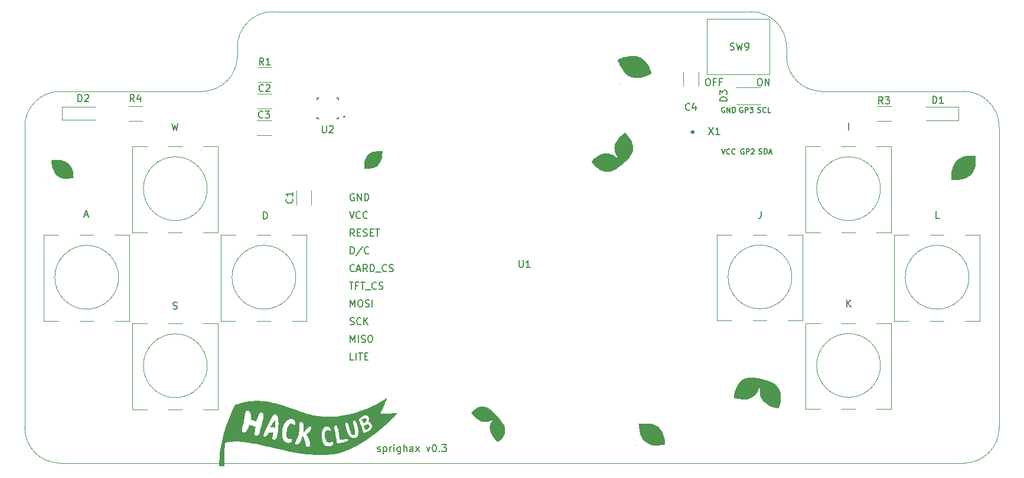
<source format=gbr>
%TF.GenerationSoftware,KiCad,Pcbnew,7.0.10-7.0.10~ubuntu22.04.1*%
%TF.CreationDate,2024-02-12T13:51:06-05:00*%
%TF.ProjectId,sprig_console,73707269-675f-4636-9f6e-736f6c652e6b,rev?*%
%TF.SameCoordinates,Original*%
%TF.FileFunction,Legend,Top*%
%TF.FilePolarity,Positive*%
%FSLAX46Y46*%
G04 Gerber Fmt 4.6, Leading zero omitted, Abs format (unit mm)*
G04 Created by KiCad (PCBNEW 7.0.10-7.0.10~ubuntu22.04.1) date 2024-02-12 13:51:06*
%MOMM*%
%LPD*%
G01*
G04 APERTURE LIST*
%ADD10C,0.150000*%
%ADD11C,0.450000*%
%ADD12C,0.120000*%
%ADD13C,0.127000*%
%ADD14C,0.200000*%
%TA.AperFunction,Profile*%
%ADD15C,0.100000*%
%TD*%
G04 APERTURE END LIST*
D10*
X133131160Y-122758200D02*
X133226398Y-122805819D01*
X133226398Y-122805819D02*
X133416874Y-122805819D01*
X133416874Y-122805819D02*
X133512112Y-122758200D01*
X133512112Y-122758200D02*
X133559731Y-122662961D01*
X133559731Y-122662961D02*
X133559731Y-122615342D01*
X133559731Y-122615342D02*
X133512112Y-122520104D01*
X133512112Y-122520104D02*
X133416874Y-122472485D01*
X133416874Y-122472485D02*
X133274017Y-122472485D01*
X133274017Y-122472485D02*
X133178779Y-122424866D01*
X133178779Y-122424866D02*
X133131160Y-122329628D01*
X133131160Y-122329628D02*
X133131160Y-122282009D01*
X133131160Y-122282009D02*
X133178779Y-122186771D01*
X133178779Y-122186771D02*
X133274017Y-122139152D01*
X133274017Y-122139152D02*
X133416874Y-122139152D01*
X133416874Y-122139152D02*
X133512112Y-122186771D01*
X133988303Y-122139152D02*
X133988303Y-123139152D01*
X133988303Y-122186771D02*
X134083541Y-122139152D01*
X134083541Y-122139152D02*
X134274017Y-122139152D01*
X134274017Y-122139152D02*
X134369255Y-122186771D01*
X134369255Y-122186771D02*
X134416874Y-122234390D01*
X134416874Y-122234390D02*
X134464493Y-122329628D01*
X134464493Y-122329628D02*
X134464493Y-122615342D01*
X134464493Y-122615342D02*
X134416874Y-122710580D01*
X134416874Y-122710580D02*
X134369255Y-122758200D01*
X134369255Y-122758200D02*
X134274017Y-122805819D01*
X134274017Y-122805819D02*
X134083541Y-122805819D01*
X134083541Y-122805819D02*
X133988303Y-122758200D01*
X134893065Y-122805819D02*
X134893065Y-122139152D01*
X134893065Y-122329628D02*
X134940684Y-122234390D01*
X134940684Y-122234390D02*
X134988303Y-122186771D01*
X134988303Y-122186771D02*
X135083541Y-122139152D01*
X135083541Y-122139152D02*
X135178779Y-122139152D01*
X135512113Y-122805819D02*
X135512113Y-122139152D01*
X135512113Y-121805819D02*
X135464494Y-121853438D01*
X135464494Y-121853438D02*
X135512113Y-121901057D01*
X135512113Y-121901057D02*
X135559732Y-121853438D01*
X135559732Y-121853438D02*
X135512113Y-121805819D01*
X135512113Y-121805819D02*
X135512113Y-121901057D01*
X136416874Y-122139152D02*
X136416874Y-122948676D01*
X136416874Y-122948676D02*
X136369255Y-123043914D01*
X136369255Y-123043914D02*
X136321636Y-123091533D01*
X136321636Y-123091533D02*
X136226398Y-123139152D01*
X136226398Y-123139152D02*
X136083541Y-123139152D01*
X136083541Y-123139152D02*
X135988303Y-123091533D01*
X136416874Y-122758200D02*
X136321636Y-122805819D01*
X136321636Y-122805819D02*
X136131160Y-122805819D01*
X136131160Y-122805819D02*
X136035922Y-122758200D01*
X136035922Y-122758200D02*
X135988303Y-122710580D01*
X135988303Y-122710580D02*
X135940684Y-122615342D01*
X135940684Y-122615342D02*
X135940684Y-122329628D01*
X135940684Y-122329628D02*
X135988303Y-122234390D01*
X135988303Y-122234390D02*
X136035922Y-122186771D01*
X136035922Y-122186771D02*
X136131160Y-122139152D01*
X136131160Y-122139152D02*
X136321636Y-122139152D01*
X136321636Y-122139152D02*
X136416874Y-122186771D01*
X136893065Y-122805819D02*
X136893065Y-121805819D01*
X137321636Y-122805819D02*
X137321636Y-122282009D01*
X137321636Y-122282009D02*
X137274017Y-122186771D01*
X137274017Y-122186771D02*
X137178779Y-122139152D01*
X137178779Y-122139152D02*
X137035922Y-122139152D01*
X137035922Y-122139152D02*
X136940684Y-122186771D01*
X136940684Y-122186771D02*
X136893065Y-122234390D01*
X138226398Y-122805819D02*
X138226398Y-122282009D01*
X138226398Y-122282009D02*
X138178779Y-122186771D01*
X138178779Y-122186771D02*
X138083541Y-122139152D01*
X138083541Y-122139152D02*
X137893065Y-122139152D01*
X137893065Y-122139152D02*
X137797827Y-122186771D01*
X138226398Y-122758200D02*
X138131160Y-122805819D01*
X138131160Y-122805819D02*
X137893065Y-122805819D01*
X137893065Y-122805819D02*
X137797827Y-122758200D01*
X137797827Y-122758200D02*
X137750208Y-122662961D01*
X137750208Y-122662961D02*
X137750208Y-122567723D01*
X137750208Y-122567723D02*
X137797827Y-122472485D01*
X137797827Y-122472485D02*
X137893065Y-122424866D01*
X137893065Y-122424866D02*
X138131160Y-122424866D01*
X138131160Y-122424866D02*
X138226398Y-122377247D01*
X138607351Y-122805819D02*
X139131160Y-122139152D01*
X138607351Y-122139152D02*
X139131160Y-122805819D01*
X140178780Y-122139152D02*
X140416875Y-122805819D01*
X140416875Y-122805819D02*
X140654970Y-122139152D01*
X141226399Y-121805819D02*
X141321637Y-121805819D01*
X141321637Y-121805819D02*
X141416875Y-121853438D01*
X141416875Y-121853438D02*
X141464494Y-121901057D01*
X141464494Y-121901057D02*
X141512113Y-121996295D01*
X141512113Y-121996295D02*
X141559732Y-122186771D01*
X141559732Y-122186771D02*
X141559732Y-122424866D01*
X141559732Y-122424866D02*
X141512113Y-122615342D01*
X141512113Y-122615342D02*
X141464494Y-122710580D01*
X141464494Y-122710580D02*
X141416875Y-122758200D01*
X141416875Y-122758200D02*
X141321637Y-122805819D01*
X141321637Y-122805819D02*
X141226399Y-122805819D01*
X141226399Y-122805819D02*
X141131161Y-122758200D01*
X141131161Y-122758200D02*
X141083542Y-122710580D01*
X141083542Y-122710580D02*
X141035923Y-122615342D01*
X141035923Y-122615342D02*
X140988304Y-122424866D01*
X140988304Y-122424866D02*
X140988304Y-122186771D01*
X140988304Y-122186771D02*
X141035923Y-121996295D01*
X141035923Y-121996295D02*
X141083542Y-121901057D01*
X141083542Y-121901057D02*
X141131161Y-121853438D01*
X141131161Y-121853438D02*
X141226399Y-121805819D01*
X141988304Y-122710580D02*
X142035923Y-122758200D01*
X142035923Y-122758200D02*
X141988304Y-122805819D01*
X141988304Y-122805819D02*
X141940685Y-122758200D01*
X141940685Y-122758200D02*
X141988304Y-122710580D01*
X141988304Y-122710580D02*
X141988304Y-122805819D01*
X142369256Y-121805819D02*
X142988303Y-121805819D01*
X142988303Y-121805819D02*
X142654970Y-122186771D01*
X142654970Y-122186771D02*
X142797827Y-122186771D01*
X142797827Y-122186771D02*
X142893065Y-122234390D01*
X142893065Y-122234390D02*
X142940684Y-122282009D01*
X142940684Y-122282009D02*
X142988303Y-122377247D01*
X142988303Y-122377247D02*
X142988303Y-122615342D01*
X142988303Y-122615342D02*
X142940684Y-122710580D01*
X142940684Y-122710580D02*
X142893065Y-122758200D01*
X142893065Y-122758200D02*
X142797827Y-122805819D01*
X142797827Y-122805819D02*
X142512113Y-122805819D01*
X142512113Y-122805819D02*
X142416875Y-122758200D01*
X142416875Y-122758200D02*
X142369256Y-122710580D01*
D11*
X178408000Y-76962000D02*
G75*
G03*
X178208000Y-76962000I-100000J0D01*
G01*
X178208000Y-76962000D02*
G75*
G03*
X178408000Y-76962000I100000J0D01*
G01*
D10*
X180403619Y-69304819D02*
X180594095Y-69304819D01*
X180594095Y-69304819D02*
X180689333Y-69352438D01*
X180689333Y-69352438D02*
X180784571Y-69447676D01*
X180784571Y-69447676D02*
X180832190Y-69638152D01*
X180832190Y-69638152D02*
X180832190Y-69971485D01*
X180832190Y-69971485D02*
X180784571Y-70161961D01*
X180784571Y-70161961D02*
X180689333Y-70257200D01*
X180689333Y-70257200D02*
X180594095Y-70304819D01*
X180594095Y-70304819D02*
X180403619Y-70304819D01*
X180403619Y-70304819D02*
X180308381Y-70257200D01*
X180308381Y-70257200D02*
X180213143Y-70161961D01*
X180213143Y-70161961D02*
X180165524Y-69971485D01*
X180165524Y-69971485D02*
X180165524Y-69638152D01*
X180165524Y-69638152D02*
X180213143Y-69447676D01*
X180213143Y-69447676D02*
X180308381Y-69352438D01*
X180308381Y-69352438D02*
X180403619Y-69304819D01*
X181594095Y-69781009D02*
X181260762Y-69781009D01*
X181260762Y-70304819D02*
X181260762Y-69304819D01*
X181260762Y-69304819D02*
X181736952Y-69304819D01*
X182451238Y-69781009D02*
X182117905Y-69781009D01*
X182117905Y-70304819D02*
X182117905Y-69304819D01*
X182117905Y-69304819D02*
X182594095Y-69304819D01*
X187848952Y-69304819D02*
X188039428Y-69304819D01*
X188039428Y-69304819D02*
X188134666Y-69352438D01*
X188134666Y-69352438D02*
X188229904Y-69447676D01*
X188229904Y-69447676D02*
X188277523Y-69638152D01*
X188277523Y-69638152D02*
X188277523Y-69971485D01*
X188277523Y-69971485D02*
X188229904Y-70161961D01*
X188229904Y-70161961D02*
X188134666Y-70257200D01*
X188134666Y-70257200D02*
X188039428Y-70304819D01*
X188039428Y-70304819D02*
X187848952Y-70304819D01*
X187848952Y-70304819D02*
X187753714Y-70257200D01*
X187753714Y-70257200D02*
X187658476Y-70161961D01*
X187658476Y-70161961D02*
X187610857Y-69971485D01*
X187610857Y-69971485D02*
X187610857Y-69638152D01*
X187610857Y-69638152D02*
X187658476Y-69447676D01*
X187658476Y-69447676D02*
X187753714Y-69352438D01*
X187753714Y-69352438D02*
X187848952Y-69304819D01*
X188706095Y-70304819D02*
X188706095Y-69304819D01*
X188706095Y-69304819D02*
X189277523Y-70304819D01*
X189277523Y-70304819D02*
X189277523Y-69304819D01*
X180613476Y-76309819D02*
X181280142Y-77309819D01*
X181280142Y-76309819D02*
X180613476Y-77309819D01*
X182184904Y-77309819D02*
X181613476Y-77309819D01*
X181899190Y-77309819D02*
X181899190Y-76309819D01*
X181899190Y-76309819D02*
X181803952Y-76452676D01*
X181803952Y-76452676D02*
X181708714Y-76547914D01*
X181708714Y-76547914D02*
X181613476Y-76595533D01*
X185646285Y-79400878D02*
X185574857Y-79365164D01*
X185574857Y-79365164D02*
X185467714Y-79365164D01*
X185467714Y-79365164D02*
X185360571Y-79400878D01*
X185360571Y-79400878D02*
X185289142Y-79472307D01*
X185289142Y-79472307D02*
X185253428Y-79543735D01*
X185253428Y-79543735D02*
X185217714Y-79686592D01*
X185217714Y-79686592D02*
X185217714Y-79793735D01*
X185217714Y-79793735D02*
X185253428Y-79936592D01*
X185253428Y-79936592D02*
X185289142Y-80008021D01*
X185289142Y-80008021D02*
X185360571Y-80079450D01*
X185360571Y-80079450D02*
X185467714Y-80115164D01*
X185467714Y-80115164D02*
X185539142Y-80115164D01*
X185539142Y-80115164D02*
X185646285Y-80079450D01*
X185646285Y-80079450D02*
X185681999Y-80043735D01*
X185681999Y-80043735D02*
X185681999Y-79793735D01*
X185681999Y-79793735D02*
X185539142Y-79793735D01*
X186003428Y-80115164D02*
X186003428Y-79365164D01*
X186003428Y-79365164D02*
X186289142Y-79365164D01*
X186289142Y-79365164D02*
X186360571Y-79400878D01*
X186360571Y-79400878D02*
X186396285Y-79436592D01*
X186396285Y-79436592D02*
X186431999Y-79508021D01*
X186431999Y-79508021D02*
X186431999Y-79615164D01*
X186431999Y-79615164D02*
X186396285Y-79686592D01*
X186396285Y-79686592D02*
X186360571Y-79722307D01*
X186360571Y-79722307D02*
X186289142Y-79758021D01*
X186289142Y-79758021D02*
X186003428Y-79758021D01*
X186717714Y-79436592D02*
X186753428Y-79400878D01*
X186753428Y-79400878D02*
X186824857Y-79365164D01*
X186824857Y-79365164D02*
X187003428Y-79365164D01*
X187003428Y-79365164D02*
X187074857Y-79400878D01*
X187074857Y-79400878D02*
X187110571Y-79436592D01*
X187110571Y-79436592D02*
X187146285Y-79508021D01*
X187146285Y-79508021D02*
X187146285Y-79579450D01*
X187146285Y-79579450D02*
X187110571Y-79686592D01*
X187110571Y-79686592D02*
X186681999Y-80115164D01*
X186681999Y-80115164D02*
X187146285Y-80115164D01*
X185459285Y-73431878D02*
X185387857Y-73396164D01*
X185387857Y-73396164D02*
X185280714Y-73396164D01*
X185280714Y-73396164D02*
X185173571Y-73431878D01*
X185173571Y-73431878D02*
X185102142Y-73503307D01*
X185102142Y-73503307D02*
X185066428Y-73574735D01*
X185066428Y-73574735D02*
X185030714Y-73717592D01*
X185030714Y-73717592D02*
X185030714Y-73824735D01*
X185030714Y-73824735D02*
X185066428Y-73967592D01*
X185066428Y-73967592D02*
X185102142Y-74039021D01*
X185102142Y-74039021D02*
X185173571Y-74110450D01*
X185173571Y-74110450D02*
X185280714Y-74146164D01*
X185280714Y-74146164D02*
X185352142Y-74146164D01*
X185352142Y-74146164D02*
X185459285Y-74110450D01*
X185459285Y-74110450D02*
X185494999Y-74074735D01*
X185494999Y-74074735D02*
X185494999Y-73824735D01*
X185494999Y-73824735D02*
X185352142Y-73824735D01*
X185816428Y-74146164D02*
X185816428Y-73396164D01*
X185816428Y-73396164D02*
X186102142Y-73396164D01*
X186102142Y-73396164D02*
X186173571Y-73431878D01*
X186173571Y-73431878D02*
X186209285Y-73467592D01*
X186209285Y-73467592D02*
X186244999Y-73539021D01*
X186244999Y-73539021D02*
X186244999Y-73646164D01*
X186244999Y-73646164D02*
X186209285Y-73717592D01*
X186209285Y-73717592D02*
X186173571Y-73753307D01*
X186173571Y-73753307D02*
X186102142Y-73789021D01*
X186102142Y-73789021D02*
X185816428Y-73789021D01*
X186494999Y-73396164D02*
X186959285Y-73396164D01*
X186959285Y-73396164D02*
X186709285Y-73681878D01*
X186709285Y-73681878D02*
X186816428Y-73681878D01*
X186816428Y-73681878D02*
X186887857Y-73717592D01*
X186887857Y-73717592D02*
X186923571Y-73753307D01*
X186923571Y-73753307D02*
X186959285Y-73824735D01*
X186959285Y-73824735D02*
X186959285Y-74003307D01*
X186959285Y-74003307D02*
X186923571Y-74074735D01*
X186923571Y-74074735D02*
X186887857Y-74110450D01*
X186887857Y-74110450D02*
X186816428Y-74146164D01*
X186816428Y-74146164D02*
X186602142Y-74146164D01*
X186602142Y-74146164D02*
X186530714Y-74110450D01*
X186530714Y-74110450D02*
X186494999Y-74074735D01*
X182883571Y-73431878D02*
X182812143Y-73396164D01*
X182812143Y-73396164D02*
X182705000Y-73396164D01*
X182705000Y-73396164D02*
X182597857Y-73431878D01*
X182597857Y-73431878D02*
X182526428Y-73503307D01*
X182526428Y-73503307D02*
X182490714Y-73574735D01*
X182490714Y-73574735D02*
X182455000Y-73717592D01*
X182455000Y-73717592D02*
X182455000Y-73824735D01*
X182455000Y-73824735D02*
X182490714Y-73967592D01*
X182490714Y-73967592D02*
X182526428Y-74039021D01*
X182526428Y-74039021D02*
X182597857Y-74110450D01*
X182597857Y-74110450D02*
X182705000Y-74146164D01*
X182705000Y-74146164D02*
X182776428Y-74146164D01*
X182776428Y-74146164D02*
X182883571Y-74110450D01*
X182883571Y-74110450D02*
X182919285Y-74074735D01*
X182919285Y-74074735D02*
X182919285Y-73824735D01*
X182919285Y-73824735D02*
X182776428Y-73824735D01*
X183240714Y-74146164D02*
X183240714Y-73396164D01*
X183240714Y-73396164D02*
X183669285Y-74146164D01*
X183669285Y-74146164D02*
X183669285Y-73396164D01*
X184026428Y-74146164D02*
X184026428Y-73396164D01*
X184026428Y-73396164D02*
X184204999Y-73396164D01*
X184204999Y-73396164D02*
X184312142Y-73431878D01*
X184312142Y-73431878D02*
X184383571Y-73503307D01*
X184383571Y-73503307D02*
X184419285Y-73574735D01*
X184419285Y-73574735D02*
X184454999Y-73717592D01*
X184454999Y-73717592D02*
X184454999Y-73824735D01*
X184454999Y-73824735D02*
X184419285Y-73967592D01*
X184419285Y-73967592D02*
X184383571Y-74039021D01*
X184383571Y-74039021D02*
X184312142Y-74110450D01*
X184312142Y-74110450D02*
X184204999Y-74146164D01*
X184204999Y-74146164D02*
X184026428Y-74146164D01*
X182455000Y-79365164D02*
X182705000Y-80115164D01*
X182705000Y-80115164D02*
X182955000Y-79365164D01*
X183633571Y-80043735D02*
X183597857Y-80079450D01*
X183597857Y-80079450D02*
X183490714Y-80115164D01*
X183490714Y-80115164D02*
X183419286Y-80115164D01*
X183419286Y-80115164D02*
X183312143Y-80079450D01*
X183312143Y-80079450D02*
X183240714Y-80008021D01*
X183240714Y-80008021D02*
X183205000Y-79936592D01*
X183205000Y-79936592D02*
X183169286Y-79793735D01*
X183169286Y-79793735D02*
X183169286Y-79686592D01*
X183169286Y-79686592D02*
X183205000Y-79543735D01*
X183205000Y-79543735D02*
X183240714Y-79472307D01*
X183240714Y-79472307D02*
X183312143Y-79400878D01*
X183312143Y-79400878D02*
X183419286Y-79365164D01*
X183419286Y-79365164D02*
X183490714Y-79365164D01*
X183490714Y-79365164D02*
X183597857Y-79400878D01*
X183597857Y-79400878D02*
X183633571Y-79436592D01*
X184383571Y-80043735D02*
X184347857Y-80079450D01*
X184347857Y-80079450D02*
X184240714Y-80115164D01*
X184240714Y-80115164D02*
X184169286Y-80115164D01*
X184169286Y-80115164D02*
X184062143Y-80079450D01*
X184062143Y-80079450D02*
X183990714Y-80008021D01*
X183990714Y-80008021D02*
X183955000Y-79936592D01*
X183955000Y-79936592D02*
X183919286Y-79793735D01*
X183919286Y-79793735D02*
X183919286Y-79686592D01*
X183919286Y-79686592D02*
X183955000Y-79543735D01*
X183955000Y-79543735D02*
X183990714Y-79472307D01*
X183990714Y-79472307D02*
X184062143Y-79400878D01*
X184062143Y-79400878D02*
X184169286Y-79365164D01*
X184169286Y-79365164D02*
X184240714Y-79365164D01*
X184240714Y-79365164D02*
X184347857Y-79400878D01*
X184347857Y-79400878D02*
X184383571Y-79436592D01*
X187642143Y-74110450D02*
X187749286Y-74146164D01*
X187749286Y-74146164D02*
X187927857Y-74146164D01*
X187927857Y-74146164D02*
X187999286Y-74110450D01*
X187999286Y-74110450D02*
X188035000Y-74074735D01*
X188035000Y-74074735D02*
X188070714Y-74003307D01*
X188070714Y-74003307D02*
X188070714Y-73931878D01*
X188070714Y-73931878D02*
X188035000Y-73860450D01*
X188035000Y-73860450D02*
X187999286Y-73824735D01*
X187999286Y-73824735D02*
X187927857Y-73789021D01*
X187927857Y-73789021D02*
X187785000Y-73753307D01*
X187785000Y-73753307D02*
X187713571Y-73717592D01*
X187713571Y-73717592D02*
X187677857Y-73681878D01*
X187677857Y-73681878D02*
X187642143Y-73610450D01*
X187642143Y-73610450D02*
X187642143Y-73539021D01*
X187642143Y-73539021D02*
X187677857Y-73467592D01*
X187677857Y-73467592D02*
X187713571Y-73431878D01*
X187713571Y-73431878D02*
X187785000Y-73396164D01*
X187785000Y-73396164D02*
X187963571Y-73396164D01*
X187963571Y-73396164D02*
X188070714Y-73431878D01*
X188820714Y-74074735D02*
X188785000Y-74110450D01*
X188785000Y-74110450D02*
X188677857Y-74146164D01*
X188677857Y-74146164D02*
X188606429Y-74146164D01*
X188606429Y-74146164D02*
X188499286Y-74110450D01*
X188499286Y-74110450D02*
X188427857Y-74039021D01*
X188427857Y-74039021D02*
X188392143Y-73967592D01*
X188392143Y-73967592D02*
X188356429Y-73824735D01*
X188356429Y-73824735D02*
X188356429Y-73717592D01*
X188356429Y-73717592D02*
X188392143Y-73574735D01*
X188392143Y-73574735D02*
X188427857Y-73503307D01*
X188427857Y-73503307D02*
X188499286Y-73431878D01*
X188499286Y-73431878D02*
X188606429Y-73396164D01*
X188606429Y-73396164D02*
X188677857Y-73396164D01*
X188677857Y-73396164D02*
X188785000Y-73431878D01*
X188785000Y-73431878D02*
X188820714Y-73467592D01*
X189499286Y-74146164D02*
X189142143Y-74146164D01*
X189142143Y-74146164D02*
X189142143Y-73396164D01*
X187811286Y-80059450D02*
X187918429Y-80095164D01*
X187918429Y-80095164D02*
X188097000Y-80095164D01*
X188097000Y-80095164D02*
X188168429Y-80059450D01*
X188168429Y-80059450D02*
X188204143Y-80023735D01*
X188204143Y-80023735D02*
X188239857Y-79952307D01*
X188239857Y-79952307D02*
X188239857Y-79880878D01*
X188239857Y-79880878D02*
X188204143Y-79809450D01*
X188204143Y-79809450D02*
X188168429Y-79773735D01*
X188168429Y-79773735D02*
X188097000Y-79738021D01*
X188097000Y-79738021D02*
X187954143Y-79702307D01*
X187954143Y-79702307D02*
X187882714Y-79666592D01*
X187882714Y-79666592D02*
X187847000Y-79630878D01*
X187847000Y-79630878D02*
X187811286Y-79559450D01*
X187811286Y-79559450D02*
X187811286Y-79488021D01*
X187811286Y-79488021D02*
X187847000Y-79416592D01*
X187847000Y-79416592D02*
X187882714Y-79380878D01*
X187882714Y-79380878D02*
X187954143Y-79345164D01*
X187954143Y-79345164D02*
X188132714Y-79345164D01*
X188132714Y-79345164D02*
X188239857Y-79380878D01*
X188561286Y-80095164D02*
X188561286Y-79345164D01*
X188561286Y-79345164D02*
X188739857Y-79345164D01*
X188739857Y-79345164D02*
X188847000Y-79380878D01*
X188847000Y-79380878D02*
X188918429Y-79452307D01*
X188918429Y-79452307D02*
X188954143Y-79523735D01*
X188954143Y-79523735D02*
X188989857Y-79666592D01*
X188989857Y-79666592D02*
X188989857Y-79773735D01*
X188989857Y-79773735D02*
X188954143Y-79916592D01*
X188954143Y-79916592D02*
X188918429Y-79988021D01*
X188918429Y-79988021D02*
X188847000Y-80059450D01*
X188847000Y-80059450D02*
X188739857Y-80095164D01*
X188739857Y-80095164D02*
X188561286Y-80095164D01*
X189275572Y-79880878D02*
X189632715Y-79880878D01*
X189204143Y-80095164D02*
X189454143Y-79345164D01*
X189454143Y-79345164D02*
X189704143Y-80095164D01*
X116792095Y-89404819D02*
X116792095Y-88404819D01*
X116792095Y-88404819D02*
X117030190Y-88404819D01*
X117030190Y-88404819D02*
X117173047Y-88452438D01*
X117173047Y-88452438D02*
X117268285Y-88547676D01*
X117268285Y-88547676D02*
X117315904Y-88642914D01*
X117315904Y-88642914D02*
X117363523Y-88833390D01*
X117363523Y-88833390D02*
X117363523Y-88976247D01*
X117363523Y-88976247D02*
X117315904Y-89166723D01*
X117315904Y-89166723D02*
X117268285Y-89261961D01*
X117268285Y-89261961D02*
X117173047Y-89357200D01*
X117173047Y-89357200D02*
X117030190Y-89404819D01*
X117030190Y-89404819D02*
X116792095Y-89404819D01*
X183208819Y-72493094D02*
X182208819Y-72493094D01*
X182208819Y-72493094D02*
X182208819Y-72254999D01*
X182208819Y-72254999D02*
X182256438Y-72112142D01*
X182256438Y-72112142D02*
X182351676Y-72016904D01*
X182351676Y-72016904D02*
X182446914Y-71969285D01*
X182446914Y-71969285D02*
X182637390Y-71921666D01*
X182637390Y-71921666D02*
X182780247Y-71921666D01*
X182780247Y-71921666D02*
X182970723Y-71969285D01*
X182970723Y-71969285D02*
X183065961Y-72016904D01*
X183065961Y-72016904D02*
X183161200Y-72112142D01*
X183161200Y-72112142D02*
X183208819Y-72254999D01*
X183208819Y-72254999D02*
X183208819Y-72493094D01*
X182208819Y-71588332D02*
X182208819Y-70969285D01*
X182208819Y-70969285D02*
X182589771Y-71302618D01*
X182589771Y-71302618D02*
X182589771Y-71159761D01*
X182589771Y-71159761D02*
X182637390Y-71064523D01*
X182637390Y-71064523D02*
X182685009Y-71016904D01*
X182685009Y-71016904D02*
X182780247Y-70969285D01*
X182780247Y-70969285D02*
X183018342Y-70969285D01*
X183018342Y-70969285D02*
X183113580Y-71016904D01*
X183113580Y-71016904D02*
X183161200Y-71064523D01*
X183161200Y-71064523D02*
X183208819Y-71159761D01*
X183208819Y-71159761D02*
X183208819Y-71445475D01*
X183208819Y-71445475D02*
X183161200Y-71540713D01*
X183161200Y-71540713D02*
X183113580Y-71588332D01*
X125222095Y-76035819D02*
X125222095Y-76845342D01*
X125222095Y-76845342D02*
X125269714Y-76940580D01*
X125269714Y-76940580D02*
X125317333Y-76988200D01*
X125317333Y-76988200D02*
X125412571Y-77035819D01*
X125412571Y-77035819D02*
X125603047Y-77035819D01*
X125603047Y-77035819D02*
X125698285Y-76988200D01*
X125698285Y-76988200D02*
X125745904Y-76940580D01*
X125745904Y-76940580D02*
X125793523Y-76845342D01*
X125793523Y-76845342D02*
X125793523Y-76035819D01*
X126222095Y-76131057D02*
X126269714Y-76083438D01*
X126269714Y-76083438D02*
X126364952Y-76035819D01*
X126364952Y-76035819D02*
X126603047Y-76035819D01*
X126603047Y-76035819D02*
X126698285Y-76083438D01*
X126698285Y-76083438D02*
X126745904Y-76131057D01*
X126745904Y-76131057D02*
X126793523Y-76226295D01*
X126793523Y-76226295D02*
X126793523Y-76321533D01*
X126793523Y-76321533D02*
X126745904Y-76464390D01*
X126745904Y-76464390D02*
X126174476Y-77035819D01*
X126174476Y-77035819D02*
X126793523Y-77035819D01*
X213669523Y-89354819D02*
X213193333Y-89354819D01*
X213193333Y-89354819D02*
X213193333Y-88354819D01*
X103814286Y-102311200D02*
X103957143Y-102358819D01*
X103957143Y-102358819D02*
X104195238Y-102358819D01*
X104195238Y-102358819D02*
X104290476Y-102311200D01*
X104290476Y-102311200D02*
X104338095Y-102263580D01*
X104338095Y-102263580D02*
X104385714Y-102168342D01*
X104385714Y-102168342D02*
X104385714Y-102073104D01*
X104385714Y-102073104D02*
X104338095Y-101977866D01*
X104338095Y-101977866D02*
X104290476Y-101930247D01*
X104290476Y-101930247D02*
X104195238Y-101882628D01*
X104195238Y-101882628D02*
X104004762Y-101835009D01*
X104004762Y-101835009D02*
X103909524Y-101787390D01*
X103909524Y-101787390D02*
X103861905Y-101739771D01*
X103861905Y-101739771D02*
X103814286Y-101644533D01*
X103814286Y-101644533D02*
X103814286Y-101549295D01*
X103814286Y-101549295D02*
X103861905Y-101454057D01*
X103861905Y-101454057D02*
X103909524Y-101406438D01*
X103909524Y-101406438D02*
X104004762Y-101358819D01*
X104004762Y-101358819D02*
X104242857Y-101358819D01*
X104242857Y-101358819D02*
X104385714Y-101406438D01*
X116768333Y-71051980D02*
X116720714Y-71099600D01*
X116720714Y-71099600D02*
X116577857Y-71147219D01*
X116577857Y-71147219D02*
X116482619Y-71147219D01*
X116482619Y-71147219D02*
X116339762Y-71099600D01*
X116339762Y-71099600D02*
X116244524Y-71004361D01*
X116244524Y-71004361D02*
X116196905Y-70909123D01*
X116196905Y-70909123D02*
X116149286Y-70718647D01*
X116149286Y-70718647D02*
X116149286Y-70575790D01*
X116149286Y-70575790D02*
X116196905Y-70385314D01*
X116196905Y-70385314D02*
X116244524Y-70290076D01*
X116244524Y-70290076D02*
X116339762Y-70194838D01*
X116339762Y-70194838D02*
X116482619Y-70147219D01*
X116482619Y-70147219D02*
X116577857Y-70147219D01*
X116577857Y-70147219D02*
X116720714Y-70194838D01*
X116720714Y-70194838D02*
X116768333Y-70242457D01*
X117149286Y-70242457D02*
X117196905Y-70194838D01*
X117196905Y-70194838D02*
X117292143Y-70147219D01*
X117292143Y-70147219D02*
X117530238Y-70147219D01*
X117530238Y-70147219D02*
X117625476Y-70194838D01*
X117625476Y-70194838D02*
X117673095Y-70242457D01*
X117673095Y-70242457D02*
X117720714Y-70337695D01*
X117720714Y-70337695D02*
X117720714Y-70432933D01*
X117720714Y-70432933D02*
X117673095Y-70575790D01*
X117673095Y-70575790D02*
X117101667Y-71147219D01*
X117101667Y-71147219D02*
X117720714Y-71147219D01*
X120882580Y-86526666D02*
X120930200Y-86574285D01*
X120930200Y-86574285D02*
X120977819Y-86717142D01*
X120977819Y-86717142D02*
X120977819Y-86812380D01*
X120977819Y-86812380D02*
X120930200Y-86955237D01*
X120930200Y-86955237D02*
X120834961Y-87050475D01*
X120834961Y-87050475D02*
X120739723Y-87098094D01*
X120739723Y-87098094D02*
X120549247Y-87145713D01*
X120549247Y-87145713D02*
X120406390Y-87145713D01*
X120406390Y-87145713D02*
X120215914Y-87098094D01*
X120215914Y-87098094D02*
X120120676Y-87050475D01*
X120120676Y-87050475D02*
X120025438Y-86955237D01*
X120025438Y-86955237D02*
X119977819Y-86812380D01*
X119977819Y-86812380D02*
X119977819Y-86717142D01*
X119977819Y-86717142D02*
X120025438Y-86574285D01*
X120025438Y-86574285D02*
X120073057Y-86526666D01*
X120977819Y-85574285D02*
X120977819Y-86145713D01*
X120977819Y-85859999D02*
X119977819Y-85859999D01*
X119977819Y-85859999D02*
X120120676Y-85955237D01*
X120120676Y-85955237D02*
X120215914Y-86050475D01*
X120215914Y-86050475D02*
X120263533Y-86145713D01*
X205573333Y-72899819D02*
X205240000Y-72423628D01*
X205001905Y-72899819D02*
X205001905Y-71899819D01*
X205001905Y-71899819D02*
X205382857Y-71899819D01*
X205382857Y-71899819D02*
X205478095Y-71947438D01*
X205478095Y-71947438D02*
X205525714Y-71995057D01*
X205525714Y-71995057D02*
X205573333Y-72090295D01*
X205573333Y-72090295D02*
X205573333Y-72233152D01*
X205573333Y-72233152D02*
X205525714Y-72328390D01*
X205525714Y-72328390D02*
X205478095Y-72376009D01*
X205478095Y-72376009D02*
X205382857Y-72423628D01*
X205382857Y-72423628D02*
X205001905Y-72423628D01*
X205906667Y-71899819D02*
X206525714Y-71899819D01*
X206525714Y-71899819D02*
X206192381Y-72280771D01*
X206192381Y-72280771D02*
X206335238Y-72280771D01*
X206335238Y-72280771D02*
X206430476Y-72328390D01*
X206430476Y-72328390D02*
X206478095Y-72376009D01*
X206478095Y-72376009D02*
X206525714Y-72471247D01*
X206525714Y-72471247D02*
X206525714Y-72709342D01*
X206525714Y-72709342D02*
X206478095Y-72804580D01*
X206478095Y-72804580D02*
X206430476Y-72852200D01*
X206430476Y-72852200D02*
X206335238Y-72899819D01*
X206335238Y-72899819D02*
X206049524Y-72899819D01*
X206049524Y-72899819D02*
X205954286Y-72852200D01*
X205954286Y-72852200D02*
X205906667Y-72804580D01*
X200660000Y-76654819D02*
X200660000Y-75654819D01*
X153434146Y-95365870D02*
X153434146Y-96175393D01*
X153434146Y-96175393D02*
X153481765Y-96270631D01*
X153481765Y-96270631D02*
X153529384Y-96318251D01*
X153529384Y-96318251D02*
X153624622Y-96365870D01*
X153624622Y-96365870D02*
X153815098Y-96365870D01*
X153815098Y-96365870D02*
X153910336Y-96318251D01*
X153910336Y-96318251D02*
X153957955Y-96270631D01*
X153957955Y-96270631D02*
X154005574Y-96175393D01*
X154005574Y-96175393D02*
X154005574Y-95365870D01*
X155005574Y-96365870D02*
X154434146Y-96365870D01*
X154719860Y-96365870D02*
X154719860Y-95365870D01*
X154719860Y-95365870D02*
X154624622Y-95508727D01*
X154624622Y-95508727D02*
X154529384Y-95603965D01*
X154529384Y-95603965D02*
X154434146Y-95651584D01*
X129098922Y-88354819D02*
X129432255Y-89354819D01*
X129432255Y-89354819D02*
X129765588Y-88354819D01*
X130670350Y-89259580D02*
X130622731Y-89307200D01*
X130622731Y-89307200D02*
X130479874Y-89354819D01*
X130479874Y-89354819D02*
X130384636Y-89354819D01*
X130384636Y-89354819D02*
X130241779Y-89307200D01*
X130241779Y-89307200D02*
X130146541Y-89211961D01*
X130146541Y-89211961D02*
X130098922Y-89116723D01*
X130098922Y-89116723D02*
X130051303Y-88926247D01*
X130051303Y-88926247D02*
X130051303Y-88783390D01*
X130051303Y-88783390D02*
X130098922Y-88592914D01*
X130098922Y-88592914D02*
X130146541Y-88497676D01*
X130146541Y-88497676D02*
X130241779Y-88402438D01*
X130241779Y-88402438D02*
X130384636Y-88354819D01*
X130384636Y-88354819D02*
X130479874Y-88354819D01*
X130479874Y-88354819D02*
X130622731Y-88402438D01*
X130622731Y-88402438D02*
X130670350Y-88450057D01*
X131670350Y-89259580D02*
X131622731Y-89307200D01*
X131622731Y-89307200D02*
X131479874Y-89354819D01*
X131479874Y-89354819D02*
X131384636Y-89354819D01*
X131384636Y-89354819D02*
X131241779Y-89307200D01*
X131241779Y-89307200D02*
X131146541Y-89211961D01*
X131146541Y-89211961D02*
X131098922Y-89116723D01*
X131098922Y-89116723D02*
X131051303Y-88926247D01*
X131051303Y-88926247D02*
X131051303Y-88783390D01*
X131051303Y-88783390D02*
X131098922Y-88592914D01*
X131098922Y-88592914D02*
X131146541Y-88497676D01*
X131146541Y-88497676D02*
X131241779Y-88402438D01*
X131241779Y-88402438D02*
X131384636Y-88354819D01*
X131384636Y-88354819D02*
X131479874Y-88354819D01*
X131479874Y-88354819D02*
X131622731Y-88402438D01*
X131622731Y-88402438D02*
X131670350Y-88450057D01*
X129098922Y-98514819D02*
X129670350Y-98514819D01*
X129384636Y-99514819D02*
X129384636Y-98514819D01*
X130337017Y-98991009D02*
X130003684Y-98991009D01*
X130003684Y-99514819D02*
X130003684Y-98514819D01*
X130003684Y-98514819D02*
X130479874Y-98514819D01*
X130717970Y-98514819D02*
X131289398Y-98514819D01*
X131003684Y-99514819D02*
X131003684Y-98514819D01*
X131384637Y-99610057D02*
X132146541Y-99610057D01*
X132956065Y-99419580D02*
X132908446Y-99467200D01*
X132908446Y-99467200D02*
X132765589Y-99514819D01*
X132765589Y-99514819D02*
X132670351Y-99514819D01*
X132670351Y-99514819D02*
X132527494Y-99467200D01*
X132527494Y-99467200D02*
X132432256Y-99371961D01*
X132432256Y-99371961D02*
X132384637Y-99276723D01*
X132384637Y-99276723D02*
X132337018Y-99086247D01*
X132337018Y-99086247D02*
X132337018Y-98943390D01*
X132337018Y-98943390D02*
X132384637Y-98752914D01*
X132384637Y-98752914D02*
X132432256Y-98657676D01*
X132432256Y-98657676D02*
X132527494Y-98562438D01*
X132527494Y-98562438D02*
X132670351Y-98514819D01*
X132670351Y-98514819D02*
X132765589Y-98514819D01*
X132765589Y-98514819D02*
X132908446Y-98562438D01*
X132908446Y-98562438D02*
X132956065Y-98610057D01*
X133337018Y-99467200D02*
X133479875Y-99514819D01*
X133479875Y-99514819D02*
X133717970Y-99514819D01*
X133717970Y-99514819D02*
X133813208Y-99467200D01*
X133813208Y-99467200D02*
X133860827Y-99419580D01*
X133860827Y-99419580D02*
X133908446Y-99324342D01*
X133908446Y-99324342D02*
X133908446Y-99229104D01*
X133908446Y-99229104D02*
X133860827Y-99133866D01*
X133860827Y-99133866D02*
X133813208Y-99086247D01*
X133813208Y-99086247D02*
X133717970Y-99038628D01*
X133717970Y-99038628D02*
X133527494Y-98991009D01*
X133527494Y-98991009D02*
X133432256Y-98943390D01*
X133432256Y-98943390D02*
X133384637Y-98895771D01*
X133384637Y-98895771D02*
X133337018Y-98800533D01*
X133337018Y-98800533D02*
X133337018Y-98705295D01*
X133337018Y-98705295D02*
X133384637Y-98610057D01*
X133384637Y-98610057D02*
X133432256Y-98562438D01*
X133432256Y-98562438D02*
X133527494Y-98514819D01*
X133527494Y-98514819D02*
X133765589Y-98514819D01*
X133765589Y-98514819D02*
X133908446Y-98562438D01*
X129194160Y-104547200D02*
X129337017Y-104594819D01*
X129337017Y-104594819D02*
X129575112Y-104594819D01*
X129575112Y-104594819D02*
X129670350Y-104547200D01*
X129670350Y-104547200D02*
X129717969Y-104499580D01*
X129717969Y-104499580D02*
X129765588Y-104404342D01*
X129765588Y-104404342D02*
X129765588Y-104309104D01*
X129765588Y-104309104D02*
X129717969Y-104213866D01*
X129717969Y-104213866D02*
X129670350Y-104166247D01*
X129670350Y-104166247D02*
X129575112Y-104118628D01*
X129575112Y-104118628D02*
X129384636Y-104071009D01*
X129384636Y-104071009D02*
X129289398Y-104023390D01*
X129289398Y-104023390D02*
X129241779Y-103975771D01*
X129241779Y-103975771D02*
X129194160Y-103880533D01*
X129194160Y-103880533D02*
X129194160Y-103785295D01*
X129194160Y-103785295D02*
X129241779Y-103690057D01*
X129241779Y-103690057D02*
X129289398Y-103642438D01*
X129289398Y-103642438D02*
X129384636Y-103594819D01*
X129384636Y-103594819D02*
X129622731Y-103594819D01*
X129622731Y-103594819D02*
X129765588Y-103642438D01*
X130765588Y-104499580D02*
X130717969Y-104547200D01*
X130717969Y-104547200D02*
X130575112Y-104594819D01*
X130575112Y-104594819D02*
X130479874Y-104594819D01*
X130479874Y-104594819D02*
X130337017Y-104547200D01*
X130337017Y-104547200D02*
X130241779Y-104451961D01*
X130241779Y-104451961D02*
X130194160Y-104356723D01*
X130194160Y-104356723D02*
X130146541Y-104166247D01*
X130146541Y-104166247D02*
X130146541Y-104023390D01*
X130146541Y-104023390D02*
X130194160Y-103832914D01*
X130194160Y-103832914D02*
X130241779Y-103737676D01*
X130241779Y-103737676D02*
X130337017Y-103642438D01*
X130337017Y-103642438D02*
X130479874Y-103594819D01*
X130479874Y-103594819D02*
X130575112Y-103594819D01*
X130575112Y-103594819D02*
X130717969Y-103642438D01*
X130717969Y-103642438D02*
X130765588Y-103690057D01*
X131194160Y-104594819D02*
X131194160Y-103594819D01*
X131765588Y-104594819D02*
X131337017Y-104023390D01*
X131765588Y-103594819D02*
X131194160Y-104166247D01*
X129717969Y-109674819D02*
X129241779Y-109674819D01*
X129241779Y-109674819D02*
X129241779Y-108674819D01*
X130051303Y-109674819D02*
X130051303Y-108674819D01*
X130384636Y-108674819D02*
X130956064Y-108674819D01*
X130670350Y-109674819D02*
X130670350Y-108674819D01*
X131289398Y-109151009D02*
X131622731Y-109151009D01*
X131765588Y-109674819D02*
X131289398Y-109674819D01*
X131289398Y-109674819D02*
X131289398Y-108674819D01*
X131289398Y-108674819D02*
X131765588Y-108674819D01*
X129241779Y-102054819D02*
X129241779Y-101054819D01*
X129241779Y-101054819D02*
X129575112Y-101769104D01*
X129575112Y-101769104D02*
X129908445Y-101054819D01*
X129908445Y-101054819D02*
X129908445Y-102054819D01*
X130575112Y-101054819D02*
X130765588Y-101054819D01*
X130765588Y-101054819D02*
X130860826Y-101102438D01*
X130860826Y-101102438D02*
X130956064Y-101197676D01*
X130956064Y-101197676D02*
X131003683Y-101388152D01*
X131003683Y-101388152D02*
X131003683Y-101721485D01*
X131003683Y-101721485D02*
X130956064Y-101911961D01*
X130956064Y-101911961D02*
X130860826Y-102007200D01*
X130860826Y-102007200D02*
X130765588Y-102054819D01*
X130765588Y-102054819D02*
X130575112Y-102054819D01*
X130575112Y-102054819D02*
X130479874Y-102007200D01*
X130479874Y-102007200D02*
X130384636Y-101911961D01*
X130384636Y-101911961D02*
X130337017Y-101721485D01*
X130337017Y-101721485D02*
X130337017Y-101388152D01*
X130337017Y-101388152D02*
X130384636Y-101197676D01*
X130384636Y-101197676D02*
X130479874Y-101102438D01*
X130479874Y-101102438D02*
X130575112Y-101054819D01*
X131384636Y-102007200D02*
X131527493Y-102054819D01*
X131527493Y-102054819D02*
X131765588Y-102054819D01*
X131765588Y-102054819D02*
X131860826Y-102007200D01*
X131860826Y-102007200D02*
X131908445Y-101959580D01*
X131908445Y-101959580D02*
X131956064Y-101864342D01*
X131956064Y-101864342D02*
X131956064Y-101769104D01*
X131956064Y-101769104D02*
X131908445Y-101673866D01*
X131908445Y-101673866D02*
X131860826Y-101626247D01*
X131860826Y-101626247D02*
X131765588Y-101578628D01*
X131765588Y-101578628D02*
X131575112Y-101531009D01*
X131575112Y-101531009D02*
X131479874Y-101483390D01*
X131479874Y-101483390D02*
X131432255Y-101435771D01*
X131432255Y-101435771D02*
X131384636Y-101340533D01*
X131384636Y-101340533D02*
X131384636Y-101245295D01*
X131384636Y-101245295D02*
X131432255Y-101150057D01*
X131432255Y-101150057D02*
X131479874Y-101102438D01*
X131479874Y-101102438D02*
X131575112Y-101054819D01*
X131575112Y-101054819D02*
X131813207Y-101054819D01*
X131813207Y-101054819D02*
X131956064Y-101102438D01*
X132384636Y-102054819D02*
X132384636Y-101054819D01*
X129241779Y-94434819D02*
X129241779Y-93434819D01*
X129241779Y-93434819D02*
X129479874Y-93434819D01*
X129479874Y-93434819D02*
X129622731Y-93482438D01*
X129622731Y-93482438D02*
X129717969Y-93577676D01*
X129717969Y-93577676D02*
X129765588Y-93672914D01*
X129765588Y-93672914D02*
X129813207Y-93863390D01*
X129813207Y-93863390D02*
X129813207Y-94006247D01*
X129813207Y-94006247D02*
X129765588Y-94196723D01*
X129765588Y-94196723D02*
X129717969Y-94291961D01*
X129717969Y-94291961D02*
X129622731Y-94387200D01*
X129622731Y-94387200D02*
X129479874Y-94434819D01*
X129479874Y-94434819D02*
X129241779Y-94434819D01*
X130956064Y-93387200D02*
X130098922Y-94672914D01*
X131860826Y-94339580D02*
X131813207Y-94387200D01*
X131813207Y-94387200D02*
X131670350Y-94434819D01*
X131670350Y-94434819D02*
X131575112Y-94434819D01*
X131575112Y-94434819D02*
X131432255Y-94387200D01*
X131432255Y-94387200D02*
X131337017Y-94291961D01*
X131337017Y-94291961D02*
X131289398Y-94196723D01*
X131289398Y-94196723D02*
X131241779Y-94006247D01*
X131241779Y-94006247D02*
X131241779Y-93863390D01*
X131241779Y-93863390D02*
X131289398Y-93672914D01*
X131289398Y-93672914D02*
X131337017Y-93577676D01*
X131337017Y-93577676D02*
X131432255Y-93482438D01*
X131432255Y-93482438D02*
X131575112Y-93434819D01*
X131575112Y-93434819D02*
X131670350Y-93434819D01*
X131670350Y-93434819D02*
X131813207Y-93482438D01*
X131813207Y-93482438D02*
X131860826Y-93530057D01*
X129813207Y-96879580D02*
X129765588Y-96927200D01*
X129765588Y-96927200D02*
X129622731Y-96974819D01*
X129622731Y-96974819D02*
X129527493Y-96974819D01*
X129527493Y-96974819D02*
X129384636Y-96927200D01*
X129384636Y-96927200D02*
X129289398Y-96831961D01*
X129289398Y-96831961D02*
X129241779Y-96736723D01*
X129241779Y-96736723D02*
X129194160Y-96546247D01*
X129194160Y-96546247D02*
X129194160Y-96403390D01*
X129194160Y-96403390D02*
X129241779Y-96212914D01*
X129241779Y-96212914D02*
X129289398Y-96117676D01*
X129289398Y-96117676D02*
X129384636Y-96022438D01*
X129384636Y-96022438D02*
X129527493Y-95974819D01*
X129527493Y-95974819D02*
X129622731Y-95974819D01*
X129622731Y-95974819D02*
X129765588Y-96022438D01*
X129765588Y-96022438D02*
X129813207Y-96070057D01*
X130194160Y-96689104D02*
X130670350Y-96689104D01*
X130098922Y-96974819D02*
X130432255Y-95974819D01*
X130432255Y-95974819D02*
X130765588Y-96974819D01*
X131670350Y-96974819D02*
X131337017Y-96498628D01*
X131098922Y-96974819D02*
X131098922Y-95974819D01*
X131098922Y-95974819D02*
X131479874Y-95974819D01*
X131479874Y-95974819D02*
X131575112Y-96022438D01*
X131575112Y-96022438D02*
X131622731Y-96070057D01*
X131622731Y-96070057D02*
X131670350Y-96165295D01*
X131670350Y-96165295D02*
X131670350Y-96308152D01*
X131670350Y-96308152D02*
X131622731Y-96403390D01*
X131622731Y-96403390D02*
X131575112Y-96451009D01*
X131575112Y-96451009D02*
X131479874Y-96498628D01*
X131479874Y-96498628D02*
X131098922Y-96498628D01*
X132098922Y-96974819D02*
X132098922Y-95974819D01*
X132098922Y-95974819D02*
X132337017Y-95974819D01*
X132337017Y-95974819D02*
X132479874Y-96022438D01*
X132479874Y-96022438D02*
X132575112Y-96117676D01*
X132575112Y-96117676D02*
X132622731Y-96212914D01*
X132622731Y-96212914D02*
X132670350Y-96403390D01*
X132670350Y-96403390D02*
X132670350Y-96546247D01*
X132670350Y-96546247D02*
X132622731Y-96736723D01*
X132622731Y-96736723D02*
X132575112Y-96831961D01*
X132575112Y-96831961D02*
X132479874Y-96927200D01*
X132479874Y-96927200D02*
X132337017Y-96974819D01*
X132337017Y-96974819D02*
X132098922Y-96974819D01*
X132860827Y-97070057D02*
X133622731Y-97070057D01*
X134432255Y-96879580D02*
X134384636Y-96927200D01*
X134384636Y-96927200D02*
X134241779Y-96974819D01*
X134241779Y-96974819D02*
X134146541Y-96974819D01*
X134146541Y-96974819D02*
X134003684Y-96927200D01*
X134003684Y-96927200D02*
X133908446Y-96831961D01*
X133908446Y-96831961D02*
X133860827Y-96736723D01*
X133860827Y-96736723D02*
X133813208Y-96546247D01*
X133813208Y-96546247D02*
X133813208Y-96403390D01*
X133813208Y-96403390D02*
X133860827Y-96212914D01*
X133860827Y-96212914D02*
X133908446Y-96117676D01*
X133908446Y-96117676D02*
X134003684Y-96022438D01*
X134003684Y-96022438D02*
X134146541Y-95974819D01*
X134146541Y-95974819D02*
X134241779Y-95974819D01*
X134241779Y-95974819D02*
X134384636Y-96022438D01*
X134384636Y-96022438D02*
X134432255Y-96070057D01*
X134813208Y-96927200D02*
X134956065Y-96974819D01*
X134956065Y-96974819D02*
X135194160Y-96974819D01*
X135194160Y-96974819D02*
X135289398Y-96927200D01*
X135289398Y-96927200D02*
X135337017Y-96879580D01*
X135337017Y-96879580D02*
X135384636Y-96784342D01*
X135384636Y-96784342D02*
X135384636Y-96689104D01*
X135384636Y-96689104D02*
X135337017Y-96593866D01*
X135337017Y-96593866D02*
X135289398Y-96546247D01*
X135289398Y-96546247D02*
X135194160Y-96498628D01*
X135194160Y-96498628D02*
X135003684Y-96451009D01*
X135003684Y-96451009D02*
X134908446Y-96403390D01*
X134908446Y-96403390D02*
X134860827Y-96355771D01*
X134860827Y-96355771D02*
X134813208Y-96260533D01*
X134813208Y-96260533D02*
X134813208Y-96165295D01*
X134813208Y-96165295D02*
X134860827Y-96070057D01*
X134860827Y-96070057D02*
X134908446Y-96022438D01*
X134908446Y-96022438D02*
X135003684Y-95974819D01*
X135003684Y-95974819D02*
X135241779Y-95974819D01*
X135241779Y-95974819D02*
X135384636Y-96022438D01*
X129241779Y-107134819D02*
X129241779Y-106134819D01*
X129241779Y-106134819D02*
X129575112Y-106849104D01*
X129575112Y-106849104D02*
X129908445Y-106134819D01*
X129908445Y-106134819D02*
X129908445Y-107134819D01*
X130384636Y-107134819D02*
X130384636Y-106134819D01*
X130813207Y-107087200D02*
X130956064Y-107134819D01*
X130956064Y-107134819D02*
X131194159Y-107134819D01*
X131194159Y-107134819D02*
X131289397Y-107087200D01*
X131289397Y-107087200D02*
X131337016Y-107039580D01*
X131337016Y-107039580D02*
X131384635Y-106944342D01*
X131384635Y-106944342D02*
X131384635Y-106849104D01*
X131384635Y-106849104D02*
X131337016Y-106753866D01*
X131337016Y-106753866D02*
X131289397Y-106706247D01*
X131289397Y-106706247D02*
X131194159Y-106658628D01*
X131194159Y-106658628D02*
X131003683Y-106611009D01*
X131003683Y-106611009D02*
X130908445Y-106563390D01*
X130908445Y-106563390D02*
X130860826Y-106515771D01*
X130860826Y-106515771D02*
X130813207Y-106420533D01*
X130813207Y-106420533D02*
X130813207Y-106325295D01*
X130813207Y-106325295D02*
X130860826Y-106230057D01*
X130860826Y-106230057D02*
X130908445Y-106182438D01*
X130908445Y-106182438D02*
X131003683Y-106134819D01*
X131003683Y-106134819D02*
X131241778Y-106134819D01*
X131241778Y-106134819D02*
X131384635Y-106182438D01*
X132003683Y-106134819D02*
X132194159Y-106134819D01*
X132194159Y-106134819D02*
X132289397Y-106182438D01*
X132289397Y-106182438D02*
X132384635Y-106277676D01*
X132384635Y-106277676D02*
X132432254Y-106468152D01*
X132432254Y-106468152D02*
X132432254Y-106801485D01*
X132432254Y-106801485D02*
X132384635Y-106991961D01*
X132384635Y-106991961D02*
X132289397Y-107087200D01*
X132289397Y-107087200D02*
X132194159Y-107134819D01*
X132194159Y-107134819D02*
X132003683Y-107134819D01*
X132003683Y-107134819D02*
X131908445Y-107087200D01*
X131908445Y-107087200D02*
X131813207Y-106991961D01*
X131813207Y-106991961D02*
X131765588Y-106801485D01*
X131765588Y-106801485D02*
X131765588Y-106468152D01*
X131765588Y-106468152D02*
X131813207Y-106277676D01*
X131813207Y-106277676D02*
X131908445Y-106182438D01*
X131908445Y-106182438D02*
X132003683Y-106134819D01*
X129765588Y-85862438D02*
X129670350Y-85814819D01*
X129670350Y-85814819D02*
X129527493Y-85814819D01*
X129527493Y-85814819D02*
X129384636Y-85862438D01*
X129384636Y-85862438D02*
X129289398Y-85957676D01*
X129289398Y-85957676D02*
X129241779Y-86052914D01*
X129241779Y-86052914D02*
X129194160Y-86243390D01*
X129194160Y-86243390D02*
X129194160Y-86386247D01*
X129194160Y-86386247D02*
X129241779Y-86576723D01*
X129241779Y-86576723D02*
X129289398Y-86671961D01*
X129289398Y-86671961D02*
X129384636Y-86767200D01*
X129384636Y-86767200D02*
X129527493Y-86814819D01*
X129527493Y-86814819D02*
X129622731Y-86814819D01*
X129622731Y-86814819D02*
X129765588Y-86767200D01*
X129765588Y-86767200D02*
X129813207Y-86719580D01*
X129813207Y-86719580D02*
X129813207Y-86386247D01*
X129813207Y-86386247D02*
X129622731Y-86386247D01*
X130241779Y-86814819D02*
X130241779Y-85814819D01*
X130241779Y-85814819D02*
X130813207Y-86814819D01*
X130813207Y-86814819D02*
X130813207Y-85814819D01*
X131289398Y-86814819D02*
X131289398Y-85814819D01*
X131289398Y-85814819D02*
X131527493Y-85814819D01*
X131527493Y-85814819D02*
X131670350Y-85862438D01*
X131670350Y-85862438D02*
X131765588Y-85957676D01*
X131765588Y-85957676D02*
X131813207Y-86052914D01*
X131813207Y-86052914D02*
X131860826Y-86243390D01*
X131860826Y-86243390D02*
X131860826Y-86386247D01*
X131860826Y-86386247D02*
X131813207Y-86576723D01*
X131813207Y-86576723D02*
X131765588Y-86671961D01*
X131765588Y-86671961D02*
X131670350Y-86767200D01*
X131670350Y-86767200D02*
X131527493Y-86814819D01*
X131527493Y-86814819D02*
X131289398Y-86814819D01*
X129813207Y-91894819D02*
X129479874Y-91418628D01*
X129241779Y-91894819D02*
X129241779Y-90894819D01*
X129241779Y-90894819D02*
X129622731Y-90894819D01*
X129622731Y-90894819D02*
X129717969Y-90942438D01*
X129717969Y-90942438D02*
X129765588Y-90990057D01*
X129765588Y-90990057D02*
X129813207Y-91085295D01*
X129813207Y-91085295D02*
X129813207Y-91228152D01*
X129813207Y-91228152D02*
X129765588Y-91323390D01*
X129765588Y-91323390D02*
X129717969Y-91371009D01*
X129717969Y-91371009D02*
X129622731Y-91418628D01*
X129622731Y-91418628D02*
X129241779Y-91418628D01*
X130241779Y-91371009D02*
X130575112Y-91371009D01*
X130717969Y-91894819D02*
X130241779Y-91894819D01*
X130241779Y-91894819D02*
X130241779Y-90894819D01*
X130241779Y-90894819D02*
X130717969Y-90894819D01*
X131098922Y-91847200D02*
X131241779Y-91894819D01*
X131241779Y-91894819D02*
X131479874Y-91894819D01*
X131479874Y-91894819D02*
X131575112Y-91847200D01*
X131575112Y-91847200D02*
X131622731Y-91799580D01*
X131622731Y-91799580D02*
X131670350Y-91704342D01*
X131670350Y-91704342D02*
X131670350Y-91609104D01*
X131670350Y-91609104D02*
X131622731Y-91513866D01*
X131622731Y-91513866D02*
X131575112Y-91466247D01*
X131575112Y-91466247D02*
X131479874Y-91418628D01*
X131479874Y-91418628D02*
X131289398Y-91371009D01*
X131289398Y-91371009D02*
X131194160Y-91323390D01*
X131194160Y-91323390D02*
X131146541Y-91275771D01*
X131146541Y-91275771D02*
X131098922Y-91180533D01*
X131098922Y-91180533D02*
X131098922Y-91085295D01*
X131098922Y-91085295D02*
X131146541Y-90990057D01*
X131146541Y-90990057D02*
X131194160Y-90942438D01*
X131194160Y-90942438D02*
X131289398Y-90894819D01*
X131289398Y-90894819D02*
X131527493Y-90894819D01*
X131527493Y-90894819D02*
X131670350Y-90942438D01*
X132098922Y-91371009D02*
X132432255Y-91371009D01*
X132575112Y-91894819D02*
X132098922Y-91894819D01*
X132098922Y-91894819D02*
X132098922Y-90894819D01*
X132098922Y-90894819D02*
X132575112Y-90894819D01*
X132860827Y-90894819D02*
X133432255Y-90894819D01*
X133146541Y-91894819D02*
X133146541Y-90894819D01*
X116800333Y-67311819D02*
X116467000Y-66835628D01*
X116228905Y-67311819D02*
X116228905Y-66311819D01*
X116228905Y-66311819D02*
X116609857Y-66311819D01*
X116609857Y-66311819D02*
X116705095Y-66359438D01*
X116705095Y-66359438D02*
X116752714Y-66407057D01*
X116752714Y-66407057D02*
X116800333Y-66502295D01*
X116800333Y-66502295D02*
X116800333Y-66645152D01*
X116800333Y-66645152D02*
X116752714Y-66740390D01*
X116752714Y-66740390D02*
X116705095Y-66788009D01*
X116705095Y-66788009D02*
X116609857Y-66835628D01*
X116609857Y-66835628D02*
X116228905Y-66835628D01*
X117752714Y-67311819D02*
X117181286Y-67311819D01*
X117467000Y-67311819D02*
X117467000Y-66311819D01*
X117467000Y-66311819D02*
X117371762Y-66454676D01*
X117371762Y-66454676D02*
X117276524Y-66549914D01*
X117276524Y-66549914D02*
X117181286Y-66597533D01*
X200398095Y-102054819D02*
X200398095Y-101054819D01*
X200969523Y-102054819D02*
X200540952Y-101483390D01*
X200969523Y-101054819D02*
X200398095Y-101626247D01*
X103671429Y-75704819D02*
X103909524Y-76704819D01*
X103909524Y-76704819D02*
X104100000Y-75990533D01*
X104100000Y-75990533D02*
X104290476Y-76704819D01*
X104290476Y-76704819D02*
X104528572Y-75704819D01*
X91161905Y-88865104D02*
X91638095Y-88865104D01*
X91066667Y-89150819D02*
X91400000Y-88150819D01*
X91400000Y-88150819D02*
X91733333Y-89150819D01*
X90193905Y-72590819D02*
X90193905Y-71590819D01*
X90193905Y-71590819D02*
X90432000Y-71590819D01*
X90432000Y-71590819D02*
X90574857Y-71638438D01*
X90574857Y-71638438D02*
X90670095Y-71733676D01*
X90670095Y-71733676D02*
X90717714Y-71828914D01*
X90717714Y-71828914D02*
X90765333Y-72019390D01*
X90765333Y-72019390D02*
X90765333Y-72162247D01*
X90765333Y-72162247D02*
X90717714Y-72352723D01*
X90717714Y-72352723D02*
X90670095Y-72447961D01*
X90670095Y-72447961D02*
X90574857Y-72543200D01*
X90574857Y-72543200D02*
X90432000Y-72590819D01*
X90432000Y-72590819D02*
X90193905Y-72590819D01*
X91146286Y-71686057D02*
X91193905Y-71638438D01*
X91193905Y-71638438D02*
X91289143Y-71590819D01*
X91289143Y-71590819D02*
X91527238Y-71590819D01*
X91527238Y-71590819D02*
X91622476Y-71638438D01*
X91622476Y-71638438D02*
X91670095Y-71686057D01*
X91670095Y-71686057D02*
X91717714Y-71781295D01*
X91717714Y-71781295D02*
X91717714Y-71876533D01*
X91717714Y-71876533D02*
X91670095Y-72019390D01*
X91670095Y-72019390D02*
X91098667Y-72590819D01*
X91098667Y-72590819D02*
X91717714Y-72590819D01*
X116673333Y-74836580D02*
X116625714Y-74884200D01*
X116625714Y-74884200D02*
X116482857Y-74931819D01*
X116482857Y-74931819D02*
X116387619Y-74931819D01*
X116387619Y-74931819D02*
X116244762Y-74884200D01*
X116244762Y-74884200D02*
X116149524Y-74788961D01*
X116149524Y-74788961D02*
X116101905Y-74693723D01*
X116101905Y-74693723D02*
X116054286Y-74503247D01*
X116054286Y-74503247D02*
X116054286Y-74360390D01*
X116054286Y-74360390D02*
X116101905Y-74169914D01*
X116101905Y-74169914D02*
X116149524Y-74074676D01*
X116149524Y-74074676D02*
X116244762Y-73979438D01*
X116244762Y-73979438D02*
X116387619Y-73931819D01*
X116387619Y-73931819D02*
X116482857Y-73931819D01*
X116482857Y-73931819D02*
X116625714Y-73979438D01*
X116625714Y-73979438D02*
X116673333Y-74027057D01*
X117006667Y-73931819D02*
X117625714Y-73931819D01*
X117625714Y-73931819D02*
X117292381Y-74312771D01*
X117292381Y-74312771D02*
X117435238Y-74312771D01*
X117435238Y-74312771D02*
X117530476Y-74360390D01*
X117530476Y-74360390D02*
X117578095Y-74408009D01*
X117578095Y-74408009D02*
X117625714Y-74503247D01*
X117625714Y-74503247D02*
X117625714Y-74741342D01*
X117625714Y-74741342D02*
X117578095Y-74836580D01*
X117578095Y-74836580D02*
X117530476Y-74884200D01*
X117530476Y-74884200D02*
X117435238Y-74931819D01*
X117435238Y-74931819D02*
X117149524Y-74931819D01*
X117149524Y-74931819D02*
X117054286Y-74884200D01*
X117054286Y-74884200D02*
X117006667Y-74836580D01*
X177887333Y-73733580D02*
X177839714Y-73781200D01*
X177839714Y-73781200D02*
X177696857Y-73828819D01*
X177696857Y-73828819D02*
X177601619Y-73828819D01*
X177601619Y-73828819D02*
X177458762Y-73781200D01*
X177458762Y-73781200D02*
X177363524Y-73685961D01*
X177363524Y-73685961D02*
X177315905Y-73590723D01*
X177315905Y-73590723D02*
X177268286Y-73400247D01*
X177268286Y-73400247D02*
X177268286Y-73257390D01*
X177268286Y-73257390D02*
X177315905Y-73066914D01*
X177315905Y-73066914D02*
X177363524Y-72971676D01*
X177363524Y-72971676D02*
X177458762Y-72876438D01*
X177458762Y-72876438D02*
X177601619Y-72828819D01*
X177601619Y-72828819D02*
X177696857Y-72828819D01*
X177696857Y-72828819D02*
X177839714Y-72876438D01*
X177839714Y-72876438D02*
X177887333Y-72924057D01*
X178744476Y-73162152D02*
X178744476Y-73828819D01*
X178506381Y-72781200D02*
X178268286Y-73495485D01*
X178268286Y-73495485D02*
X178887333Y-73495485D01*
X183705667Y-65126400D02*
X183848524Y-65174019D01*
X183848524Y-65174019D02*
X184086619Y-65174019D01*
X184086619Y-65174019D02*
X184181857Y-65126400D01*
X184181857Y-65126400D02*
X184229476Y-65078780D01*
X184229476Y-65078780D02*
X184277095Y-64983542D01*
X184277095Y-64983542D02*
X184277095Y-64888304D01*
X184277095Y-64888304D02*
X184229476Y-64793066D01*
X184229476Y-64793066D02*
X184181857Y-64745447D01*
X184181857Y-64745447D02*
X184086619Y-64697828D01*
X184086619Y-64697828D02*
X183896143Y-64650209D01*
X183896143Y-64650209D02*
X183800905Y-64602590D01*
X183800905Y-64602590D02*
X183753286Y-64554971D01*
X183753286Y-64554971D02*
X183705667Y-64459733D01*
X183705667Y-64459733D02*
X183705667Y-64364495D01*
X183705667Y-64364495D02*
X183753286Y-64269257D01*
X183753286Y-64269257D02*
X183800905Y-64221638D01*
X183800905Y-64221638D02*
X183896143Y-64174019D01*
X183896143Y-64174019D02*
X184134238Y-64174019D01*
X184134238Y-64174019D02*
X184277095Y-64221638D01*
X184610429Y-64174019D02*
X184848524Y-65174019D01*
X184848524Y-65174019D02*
X185039000Y-64459733D01*
X185039000Y-64459733D02*
X185229476Y-65174019D01*
X185229476Y-65174019D02*
X185467572Y-64174019D01*
X185896143Y-65174019D02*
X186086619Y-65174019D01*
X186086619Y-65174019D02*
X186181857Y-65126400D01*
X186181857Y-65126400D02*
X186229476Y-65078780D01*
X186229476Y-65078780D02*
X186324714Y-64935923D01*
X186324714Y-64935923D02*
X186372333Y-64745447D01*
X186372333Y-64745447D02*
X186372333Y-64364495D01*
X186372333Y-64364495D02*
X186324714Y-64269257D01*
X186324714Y-64269257D02*
X186277095Y-64221638D01*
X186277095Y-64221638D02*
X186181857Y-64174019D01*
X186181857Y-64174019D02*
X185991381Y-64174019D01*
X185991381Y-64174019D02*
X185896143Y-64221638D01*
X185896143Y-64221638D02*
X185848524Y-64269257D01*
X185848524Y-64269257D02*
X185800905Y-64364495D01*
X185800905Y-64364495D02*
X185800905Y-64602590D01*
X185800905Y-64602590D02*
X185848524Y-64697828D01*
X185848524Y-64697828D02*
X185896143Y-64745447D01*
X185896143Y-64745447D02*
X185991381Y-64793066D01*
X185991381Y-64793066D02*
X186181857Y-64793066D01*
X186181857Y-64793066D02*
X186277095Y-64745447D01*
X186277095Y-64745447D02*
X186324714Y-64697828D01*
X186324714Y-64697828D02*
X186372333Y-64602590D01*
X212748905Y-72844819D02*
X212748905Y-71844819D01*
X212748905Y-71844819D02*
X212987000Y-71844819D01*
X212987000Y-71844819D02*
X213129857Y-71892438D01*
X213129857Y-71892438D02*
X213225095Y-71987676D01*
X213225095Y-71987676D02*
X213272714Y-72082914D01*
X213272714Y-72082914D02*
X213320333Y-72273390D01*
X213320333Y-72273390D02*
X213320333Y-72416247D01*
X213320333Y-72416247D02*
X213272714Y-72606723D01*
X213272714Y-72606723D02*
X213225095Y-72701961D01*
X213225095Y-72701961D02*
X213129857Y-72797200D01*
X213129857Y-72797200D02*
X212987000Y-72844819D01*
X212987000Y-72844819D02*
X212748905Y-72844819D01*
X214272714Y-72844819D02*
X213701286Y-72844819D01*
X213987000Y-72844819D02*
X213987000Y-71844819D01*
X213987000Y-71844819D02*
X213891762Y-71987676D01*
X213891762Y-71987676D02*
X213796524Y-72082914D01*
X213796524Y-72082914D02*
X213701286Y-72130533D01*
X188102857Y-88354819D02*
X188102857Y-89069104D01*
X188102857Y-89069104D02*
X188055238Y-89211961D01*
X188055238Y-89211961D02*
X187960000Y-89307200D01*
X187960000Y-89307200D02*
X187817143Y-89354819D01*
X187817143Y-89354819D02*
X187721905Y-89354819D01*
X98258333Y-72590819D02*
X97925000Y-72114628D01*
X97686905Y-72590819D02*
X97686905Y-71590819D01*
X97686905Y-71590819D02*
X98067857Y-71590819D01*
X98067857Y-71590819D02*
X98163095Y-71638438D01*
X98163095Y-71638438D02*
X98210714Y-71686057D01*
X98210714Y-71686057D02*
X98258333Y-71781295D01*
X98258333Y-71781295D02*
X98258333Y-71924152D01*
X98258333Y-71924152D02*
X98210714Y-72019390D01*
X98210714Y-72019390D02*
X98163095Y-72067009D01*
X98163095Y-72067009D02*
X98067857Y-72114628D01*
X98067857Y-72114628D02*
X97686905Y-72114628D01*
X99115476Y-71924152D02*
X99115476Y-72590819D01*
X98877381Y-71543200D02*
X98639286Y-72257485D01*
X98639286Y-72257485D02*
X99258333Y-72257485D01*
%TO.C,G\u002A\u002A\u002A*%
G36*
X131615439Y-79002446D02*
G01*
X131600356Y-79017529D01*
X131585273Y-79002446D01*
X131600356Y-78987363D01*
X131615439Y-79002446D01*
G37*
G36*
X170097545Y-121893855D02*
G01*
X170093404Y-121911789D01*
X170077434Y-121913966D01*
X170052604Y-121902929D01*
X170057323Y-121893855D01*
X170093124Y-121890245D01*
X170097545Y-121893855D01*
G37*
G36*
X218399139Y-84731157D02*
G01*
X218431270Y-84759199D01*
X218433966Y-84765984D01*
X218419650Y-84778383D01*
X218389844Y-84750601D01*
X218385836Y-84744460D01*
X218382281Y-84723817D01*
X218399139Y-84731157D01*
G37*
G36*
X85934241Y-83592122D02*
G01*
X85928622Y-83602802D01*
X85900199Y-83631611D01*
X85894895Y-83632969D01*
X85892837Y-83613483D01*
X85898456Y-83602802D01*
X85926879Y-83573993D01*
X85932183Y-83572636D01*
X85934241Y-83592122D01*
G37*
G36*
X167956331Y-69956968D02*
G01*
X167950712Y-69967648D01*
X167922289Y-69996457D01*
X167916985Y-69997814D01*
X167914927Y-69978328D01*
X167920546Y-69967648D01*
X167948969Y-69938839D01*
X167954273Y-69937482D01*
X167956331Y-69956968D01*
G37*
G36*
X133830051Y-79910862D02*
G01*
X133817097Y-80127520D01*
X133805406Y-80295912D01*
X133793570Y-80428044D01*
X133780175Y-80535923D01*
X133763810Y-80631556D01*
X133743066Y-80726950D01*
X133725855Y-80797339D01*
X133620137Y-81131584D01*
X133482068Y-81416187D01*
X133308755Y-81654158D01*
X133097303Y-81848509D01*
X132844820Y-82002249D01*
X132548414Y-82118388D01*
X132422366Y-82153615D01*
X132279020Y-82181882D01*
X132101757Y-82205052D01*
X131908459Y-82221968D01*
X131717008Y-82231474D01*
X131545286Y-82232416D01*
X131411175Y-82223636D01*
X131389192Y-82220403D01*
X131268527Y-82200071D01*
X131259922Y-81792826D01*
X131262246Y-81497049D01*
X131284672Y-81243868D01*
X131329958Y-81018093D01*
X131400863Y-80804534D01*
X131466485Y-80655701D01*
X131605462Y-80410921D01*
X131769962Y-80206104D01*
X131964511Y-80038916D01*
X132193635Y-79907023D01*
X132461860Y-79808092D01*
X132773712Y-79739788D01*
X133133716Y-79699779D01*
X133340443Y-79689414D01*
X133843713Y-79672960D01*
X133830051Y-79910862D01*
G37*
G36*
X87502798Y-80973177D02*
G01*
X87763802Y-80995644D01*
X87991507Y-81035108D01*
X88198806Y-81093953D01*
X88398590Y-81174568D01*
X88445163Y-81196599D01*
X88684907Y-81345697D01*
X88900438Y-81546171D01*
X89089229Y-81793097D01*
X89248756Y-82081550D01*
X89376493Y-82406607D01*
X89469915Y-82763344D01*
X89526495Y-83146836D01*
X89539416Y-83330048D01*
X89548574Y-83524871D01*
X89292161Y-83578708D01*
X89121877Y-83607117D01*
X88921935Y-83628943D01*
X88709478Y-83643402D01*
X88501649Y-83649708D01*
X88315591Y-83647080D01*
X88168445Y-83634731D01*
X88145843Y-83631141D01*
X87792915Y-83543576D01*
X87480875Y-83412774D01*
X87210539Y-83239288D01*
X86982725Y-83023674D01*
X86798251Y-82766485D01*
X86755348Y-82688774D01*
X86668744Y-82509912D01*
X86595455Y-82328419D01*
X86532795Y-82134079D01*
X86478074Y-81916675D01*
X86428606Y-81665992D01*
X86381700Y-81371812D01*
X86351540Y-81154150D01*
X86332877Y-81013218D01*
X86507828Y-80988236D01*
X86598202Y-80979853D01*
X86734118Y-80972932D01*
X86900792Y-80967966D01*
X87083442Y-80965447D01*
X87195605Y-80965319D01*
X87502798Y-80973177D01*
G37*
G36*
X171536098Y-118762283D02*
G01*
X171672194Y-118768635D01*
X171826597Y-118778407D01*
X171851760Y-118780229D01*
X172268791Y-118828478D01*
X172637167Y-118908652D01*
X172960029Y-119021738D01*
X173240517Y-119168719D01*
X173365558Y-119255006D01*
X173596980Y-119465879D01*
X173801462Y-119727499D01*
X173977234Y-120035780D01*
X174122526Y-120386638D01*
X174235567Y-120775987D01*
X174314587Y-121199742D01*
X174349538Y-121525396D01*
X174369338Y-121785400D01*
X174146486Y-121834308D01*
X173834945Y-121890536D01*
X173511504Y-121927003D01*
X173193182Y-121942846D01*
X172896999Y-121937204D01*
X172646512Y-121910314D01*
X172300602Y-121826309D01*
X171977417Y-121695298D01*
X171684051Y-121521750D01*
X171427600Y-121310134D01*
X171215157Y-121064919D01*
X171149664Y-120967430D01*
X171016930Y-120733029D01*
X170906519Y-120487976D01*
X170814758Y-120220993D01*
X170737978Y-119920804D01*
X170672509Y-119576132D01*
X170650030Y-119432477D01*
X170626499Y-119275308D01*
X170604795Y-119131997D01*
X170587147Y-119017145D01*
X170575782Y-118945353D01*
X170574828Y-118939622D01*
X170559077Y-118846156D01*
X170929123Y-118809739D01*
X171079286Y-118794649D01*
X171213511Y-118780589D01*
X171317021Y-118769144D01*
X171374584Y-118761967D01*
X171432249Y-118759882D01*
X171536098Y-118762283D01*
G37*
G36*
X218443686Y-80353608D02*
G01*
X218599145Y-80359493D01*
X218728335Y-80369107D01*
X218819648Y-80382183D01*
X218860369Y-80397186D01*
X218876443Y-80442787D01*
X218889681Y-80537081D01*
X218899786Y-80668482D01*
X218906460Y-80825406D01*
X218909404Y-80996267D01*
X218908321Y-81169478D01*
X218902912Y-81333454D01*
X218892879Y-81476610D01*
X218889067Y-81512533D01*
X218837377Y-81843593D01*
X218762092Y-82135684D01*
X218658065Y-82407279D01*
X218613508Y-82501733D01*
X218447802Y-82796017D01*
X218261529Y-83043980D01*
X218047714Y-83251029D01*
X217799381Y-83422570D01*
X217509553Y-83564010D01*
X217171256Y-83680755D01*
X217048543Y-83714587D01*
X216945319Y-83739927D01*
X216846677Y-83759613D01*
X216741635Y-83774700D01*
X216619206Y-83786247D01*
X216468409Y-83795309D01*
X216278257Y-83802944D01*
X216061844Y-83809541D01*
X215363949Y-83829049D01*
X215376769Y-83451971D01*
X215397478Y-83079139D01*
X215434473Y-82748244D01*
X215490793Y-82442365D01*
X215569477Y-82144578D01*
X215660081Y-81874550D01*
X215810611Y-81537107D01*
X216000524Y-81243228D01*
X216230885Y-80992163D01*
X216502756Y-80783163D01*
X216817202Y-80615479D01*
X217175286Y-80488361D01*
X217578071Y-80401060D01*
X217791317Y-80372672D01*
X217935773Y-80360983D01*
X218100392Y-80354086D01*
X218273566Y-80351717D01*
X218443686Y-80353608D01*
G37*
G36*
X170109451Y-66032711D02*
G01*
X170302874Y-66061773D01*
X170485023Y-66111656D01*
X170671859Y-66185350D01*
X170798222Y-66244887D01*
X170929099Y-66313004D01*
X171037794Y-66379886D01*
X171140278Y-66457491D01*
X171252517Y-66557778D01*
X171373205Y-66675449D01*
X171688804Y-67030565D01*
X171956391Y-67417486D01*
X172105758Y-67690095D01*
X172173931Y-67834742D01*
X172241430Y-67989408D01*
X172304060Y-68143060D01*
X172357627Y-68284669D01*
X172397935Y-68403203D01*
X172420789Y-68487631D01*
X172423188Y-68524817D01*
X172389134Y-68556111D01*
X172309802Y-68605498D01*
X172195605Y-68667866D01*
X172056959Y-68738102D01*
X171904275Y-68811094D01*
X171747968Y-68881730D01*
X171598451Y-68944897D01*
X171466138Y-68995484D01*
X171460083Y-68997619D01*
X171134851Y-69094317D01*
X170800883Y-69161595D01*
X170473867Y-69197449D01*
X170169487Y-69199876D01*
X170001175Y-69184020D01*
X169638218Y-69109055D01*
X169311576Y-68990148D01*
X169014720Y-68823522D01*
X168741120Y-68605402D01*
X168484247Y-68332012D01*
X168445599Y-68284559D01*
X168286885Y-68073482D01*
X168141309Y-67851035D01*
X168000901Y-67603673D01*
X167857694Y-67317852D01*
X167785238Y-67162185D01*
X167715848Y-67010535D01*
X167651965Y-66871757D01*
X167599369Y-66758345D01*
X167563839Y-66682796D01*
X167556247Y-66667086D01*
X167528838Y-66605686D01*
X167520278Y-66574488D01*
X167520712Y-66573893D01*
X167557791Y-66556600D01*
X167639672Y-66522725D01*
X167754637Y-66476793D01*
X167890969Y-66423330D01*
X168036949Y-66366859D01*
X168180860Y-66311907D01*
X168310984Y-66262996D01*
X168415602Y-66224653D01*
X168482996Y-66201402D01*
X168493705Y-66198184D01*
X168913623Y-66100375D01*
X169329894Y-66043207D01*
X169624940Y-66025089D01*
X169888794Y-66021480D01*
X170109451Y-66032711D01*
G37*
G36*
X148334520Y-116351456D02*
G01*
X148450816Y-116358016D01*
X148544414Y-116372393D01*
X148634117Y-116397622D01*
X148738731Y-116436741D01*
X148754130Y-116442893D01*
X148938354Y-116525482D01*
X149117073Y-116624983D01*
X149296670Y-116746584D01*
X149483530Y-116895470D01*
X149684035Y-117076830D01*
X149904568Y-117295849D01*
X150151513Y-117557714D01*
X150224922Y-117637949D01*
X150467143Y-117907771D01*
X150670357Y-118142916D01*
X150839410Y-118350141D01*
X150979150Y-118536203D01*
X151094424Y-118707858D01*
X151190079Y-118871863D01*
X151270962Y-119034975D01*
X151334204Y-119184241D01*
X151369953Y-119280490D01*
X151393798Y-119365149D01*
X151408117Y-119454931D01*
X151415287Y-119566550D01*
X151417686Y-119716718D01*
X151417831Y-119772161D01*
X151416801Y-119936262D01*
X151411854Y-120055873D01*
X151400773Y-120146815D01*
X151381342Y-120224906D01*
X151351345Y-120305966D01*
X151338846Y-120335833D01*
X151208040Y-120590588D01*
X151038151Y-120841321D01*
X150842803Y-121070558D01*
X150635620Y-121260824D01*
X150591461Y-121294503D01*
X150493355Y-121361118D01*
X150422856Y-121392126D01*
X150363325Y-121392929D01*
X150325346Y-121380920D01*
X150281126Y-121347365D01*
X150208648Y-121275066D01*
X150115927Y-121173491D01*
X150010976Y-121052107D01*
X149901812Y-120920382D01*
X149796448Y-120787783D01*
X149702899Y-120663778D01*
X149631234Y-120560978D01*
X149440937Y-120230892D01*
X149309884Y-119911007D01*
X149238030Y-119600343D01*
X149225332Y-119297922D01*
X149271745Y-119002765D01*
X149377225Y-118713894D01*
X149535403Y-118439548D01*
X149591866Y-118353671D01*
X149627747Y-118292749D01*
X149636564Y-118267964D01*
X149634767Y-118268207D01*
X149596396Y-118287229D01*
X149522083Y-118325478D01*
X149444383Y-118366047D01*
X149138050Y-118498740D01*
X148835883Y-118572293D01*
X148536485Y-118586520D01*
X148238461Y-118541240D01*
X147940415Y-118436268D01*
X147640950Y-118271421D01*
X147400758Y-118097381D01*
X147280480Y-117995416D01*
X147146869Y-117872768D01*
X147009482Y-117739247D01*
X146877873Y-117604661D01*
X146761597Y-117478822D01*
X146670210Y-117371539D01*
X146613266Y-117292622D01*
X146608214Y-117283703D01*
X146590562Y-117246592D01*
X146587377Y-117214052D01*
X146604817Y-117176282D01*
X146649039Y-117123479D01*
X146726201Y-117045839D01*
X146806221Y-116968469D01*
X147081210Y-116734867D01*
X147371830Y-116546293D01*
X147651594Y-116415872D01*
X147746359Y-116384588D01*
X147841725Y-116364629D01*
X147955262Y-116353780D01*
X148104544Y-116349827D01*
X148176722Y-116349677D01*
X148334520Y-116351456D01*
G37*
G36*
X186926780Y-112163933D02*
G01*
X187084611Y-112172854D01*
X187243937Y-112189855D01*
X187415823Y-112216690D01*
X187611333Y-112255109D01*
X187841530Y-112306864D01*
X188117477Y-112373706D01*
X188147030Y-112381043D01*
X188328538Y-112425787D01*
X188509956Y-112469821D01*
X188674047Y-112509005D01*
X188803569Y-112539201D01*
X188840855Y-112547618D01*
X189051497Y-112605354D01*
X189289529Y-112688394D01*
X189532615Y-112787869D01*
X189758423Y-112894912D01*
X189874347Y-112957938D01*
X190064713Y-113086910D01*
X190256775Y-113250404D01*
X190436777Y-113434203D01*
X190590962Y-113624088D01*
X190705574Y-113805840D01*
X190717474Y-113829406D01*
X190790815Y-113987220D01*
X190846088Y-114128230D01*
X190885740Y-114265539D01*
X190912217Y-114412251D01*
X190927965Y-114581468D01*
X190935430Y-114786296D01*
X190937090Y-115005890D01*
X190933689Y-115281167D01*
X190922026Y-115512486D01*
X190899768Y-115715928D01*
X190864581Y-115907578D01*
X190814130Y-116103516D01*
X190746651Y-116318123D01*
X190665914Y-116559453D01*
X190530166Y-116564649D01*
X190425691Y-116560558D01*
X190295635Y-116544605D01*
X190198337Y-116526535D01*
X189744380Y-116401934D01*
X189336918Y-116238924D01*
X188975894Y-116037477D01*
X188661251Y-115797562D01*
X188508882Y-115650186D01*
X188328239Y-115436163D01*
X188186966Y-115212036D01*
X188081987Y-114968790D01*
X188010223Y-114697409D01*
X187968597Y-114388881D01*
X187954031Y-114034191D01*
X187953988Y-114025018D01*
X187952226Y-113572055D01*
X187827704Y-113848543D01*
X187636038Y-114214513D01*
X187413174Y-114531812D01*
X187160592Y-114799056D01*
X186879772Y-115014862D01*
X186572196Y-115177846D01*
X186306888Y-115269538D01*
X186161883Y-115296645D01*
X185972766Y-115314191D01*
X185754989Y-115322212D01*
X185524004Y-115320743D01*
X185295264Y-115309820D01*
X185084221Y-115289479D01*
X184938124Y-115266372D01*
X184765504Y-115228922D01*
X184599083Y-115186554D01*
X184448948Y-115142515D01*
X184325184Y-115100054D01*
X184237875Y-115062418D01*
X184197109Y-115032855D01*
X184195370Y-115027203D01*
X184204019Y-114925275D01*
X184227233Y-114781027D01*
X184261667Y-114609753D01*
X184303977Y-114426744D01*
X184350819Y-114247295D01*
X184398850Y-114086699D01*
X184405315Y-114067078D01*
X184556556Y-113666527D01*
X184725688Y-113320435D01*
X184915824Y-113024766D01*
X185130073Y-112775485D01*
X185371545Y-112568556D01*
X185643351Y-112399945D01*
X185719707Y-112361724D01*
X185942503Y-112270854D01*
X186176014Y-112209104D01*
X186435247Y-112173582D01*
X186735206Y-112161396D01*
X186759382Y-112161342D01*
X186926780Y-112163933D01*
G37*
G36*
X168658872Y-77079238D02*
G01*
X168727197Y-77140281D01*
X168816243Y-77231132D01*
X168917985Y-77342781D01*
X169024396Y-77466217D01*
X169127447Y-77592430D01*
X169219113Y-77712411D01*
X169277492Y-77795795D01*
X169472793Y-78117033D01*
X169618190Y-78417651D01*
X169716931Y-78705573D01*
X169772263Y-78988727D01*
X169774671Y-79009256D01*
X169783196Y-79339856D01*
X169733724Y-79665387D01*
X169625856Y-79986637D01*
X169459191Y-80304396D01*
X169233328Y-80619452D01*
X168947867Y-80932592D01*
X168666035Y-81191055D01*
X168514026Y-81321142D01*
X168345491Y-81465887D01*
X168181946Y-81606785D01*
X168056294Y-81715453D01*
X167774780Y-81950470D01*
X167518964Y-82143432D01*
X167278702Y-82300820D01*
X167043854Y-82429113D01*
X166804277Y-82534789D01*
X166728978Y-82563413D01*
X166618708Y-82600747D01*
X166516962Y-82626053D01*
X166405552Y-82642147D01*
X166266287Y-82651844D01*
X166125653Y-82656805D01*
X165915307Y-82658669D01*
X165752617Y-82650727D01*
X165625589Y-82632205D01*
X165582660Y-82621821D01*
X165305386Y-82520790D01*
X165017772Y-82368558D01*
X164728872Y-82171054D01*
X164447744Y-81934206D01*
X164280516Y-81769361D01*
X164145184Y-81620964D01*
X164026660Y-81478026D01*
X163931189Y-81349126D01*
X163865017Y-81242842D01*
X163834388Y-81167750D01*
X163833016Y-81154714D01*
X163856127Y-81107257D01*
X163919903Y-81032056D01*
X164016005Y-80936567D01*
X164136098Y-80828245D01*
X164271842Y-80714543D01*
X164414902Y-80602916D01*
X164556939Y-80500819D01*
X164587173Y-80480410D01*
X164943927Y-80269251D01*
X165291963Y-80116815D01*
X165630732Y-80023242D01*
X165959687Y-79988676D01*
X166278281Y-80013261D01*
X166336817Y-80024466D01*
X166542927Y-80084324D01*
X166772065Y-80178722D01*
X167005616Y-80298547D01*
X167224963Y-80434685D01*
X167328792Y-80510103D01*
X167425251Y-80583620D01*
X167502444Y-80640553D01*
X167548972Y-80672586D01*
X167557051Y-80676674D01*
X167549087Y-80652856D01*
X167516621Y-80589678D01*
X167466125Y-80499552D01*
X167451795Y-80474867D01*
X167331396Y-80237891D01*
X167232123Y-79980697D01*
X167157744Y-79718005D01*
X167112027Y-79464537D01*
X167098738Y-79235013D01*
X167106453Y-79125579D01*
X167161362Y-78833307D01*
X167250663Y-78561101D01*
X167379171Y-78300164D01*
X167551701Y-78041700D01*
X167773066Y-77776912D01*
X167939851Y-77602805D01*
X168063947Y-77483558D01*
X168194760Y-77366087D01*
X168323117Y-77257760D01*
X168439843Y-77165949D01*
X168535762Y-77098024D01*
X168601701Y-77061354D01*
X168619298Y-77057012D01*
X168658872Y-77079238D01*
G37*
D12*
%TO.C,SW4*%
X110650000Y-104040000D02*
X110650000Y-91740000D01*
X112770000Y-104040000D02*
X110650000Y-104040000D01*
X117770000Y-104040000D02*
X115830000Y-104040000D01*
X122950000Y-104040000D02*
X120830000Y-104040000D01*
X110650000Y-91740000D02*
X112770000Y-91740000D01*
X115830000Y-91740000D02*
X117770000Y-91740000D01*
X120830000Y-91740000D02*
X122950000Y-91740000D01*
X122950000Y-91740000D02*
X122950000Y-104040000D01*
X121419050Y-97790000D02*
G75*
G03*
X112260950Y-97790000I-4579050J0D01*
G01*
X112260950Y-97790000D02*
G75*
G03*
X121419050Y-97790000I4579050J0D01*
G01*
%TO.C,D3*%
X184560000Y-70505000D02*
X188060000Y-70505000D01*
X184560000Y-73005000D02*
X188060000Y-73005000D01*
D13*
%TO.C,U2*%
X127482600Y-75069600D02*
X127482600Y-74815600D01*
X127482600Y-72326400D02*
X127482600Y-72072400D01*
X127482600Y-72072400D02*
X127228600Y-72072400D01*
X127228600Y-75069600D02*
X127482600Y-75069600D01*
X124739400Y-72072400D02*
X124485400Y-72072400D01*
X124485400Y-75069600D02*
X124739400Y-75069600D01*
X124485400Y-74815600D02*
X124485400Y-75069600D01*
X124485400Y-72072400D02*
X124485400Y-72326400D01*
D14*
X128445803Y-74771000D02*
G75*
G03*
X128222197Y-74771000I-111803J0D01*
G01*
X128222197Y-74771000D02*
G75*
G03*
X128445803Y-74771000I111803J0D01*
G01*
D12*
%TO.C,SW8*%
X207170000Y-104040000D02*
X207170000Y-91740000D01*
X209290000Y-104040000D02*
X207170000Y-104040000D01*
X214290000Y-104040000D02*
X212350000Y-104040000D01*
X219470000Y-104040000D02*
X217350000Y-104040000D01*
X207170000Y-91740000D02*
X209290000Y-91740000D01*
X212350000Y-91740000D02*
X214290000Y-91740000D01*
X217350000Y-91740000D02*
X219470000Y-91740000D01*
X219470000Y-91740000D02*
X219470000Y-104040000D01*
X217939050Y-97790000D02*
G75*
G03*
X208780950Y-97790000I-4579050J0D01*
G01*
X208780950Y-97790000D02*
G75*
G03*
X217939050Y-97790000I4579050J0D01*
G01*
%TO.C,SW3*%
X97950000Y-116740000D02*
X97950000Y-104440000D01*
X100070000Y-116740000D02*
X97950000Y-116740000D01*
X105070000Y-116740000D02*
X103130000Y-116740000D01*
X110250000Y-116740000D02*
X108130000Y-116740000D01*
X97950000Y-104440000D02*
X100070000Y-104440000D01*
X103130000Y-104440000D02*
X105070000Y-104440000D01*
X108130000Y-104440000D02*
X110250000Y-104440000D01*
X110250000Y-104440000D02*
X110250000Y-116740000D01*
X108719050Y-110490000D02*
G75*
G03*
X99560950Y-110490000I-4579050J0D01*
G01*
X99560950Y-110490000D02*
G75*
G03*
X108719050Y-110490000I4579050J0D01*
G01*
%TO.C,G\u002A\u002A\u002A*%
G36*
X131414307Y-118043274D02*
G01*
X131474337Y-118066765D01*
X131486759Y-118075614D01*
X131542281Y-118141662D01*
X131564747Y-118222507D01*
X131554578Y-118312556D01*
X131512194Y-118406213D01*
X131456472Y-118478791D01*
X131407900Y-118525398D01*
X131344743Y-118577785D01*
X131275671Y-118629749D01*
X131209355Y-118675085D01*
X131154463Y-118707588D01*
X131119665Y-118721053D01*
X131117864Y-118721120D01*
X131102865Y-118704222D01*
X131075002Y-118658002D01*
X131037757Y-118588765D01*
X130994613Y-118502816D01*
X130976366Y-118464923D01*
X130854630Y-118209088D01*
X130962036Y-118161588D01*
X131113963Y-118099015D01*
X131237639Y-118058822D01*
X131336580Y-118040434D01*
X131414307Y-118043274D01*
G37*
G36*
X131785467Y-118905992D02*
G01*
X131843033Y-118925994D01*
X131914336Y-118985101D01*
X131963083Y-119067320D01*
X131986519Y-119161938D01*
X131981890Y-119258239D01*
X131949610Y-119340521D01*
X131886885Y-119414243D01*
X131788945Y-119491521D01*
X131659300Y-119569855D01*
X131552384Y-119623594D01*
X131479416Y-119657405D01*
X131420906Y-119683798D01*
X131385112Y-119699083D01*
X131378142Y-119701420D01*
X131370215Y-119683623D01*
X131353626Y-119634478D01*
X131330391Y-119560348D01*
X131302526Y-119467600D01*
X131284171Y-119404788D01*
X131198365Y-119108156D01*
X131246168Y-119069448D01*
X131347087Y-119002039D01*
X131460384Y-118949848D01*
X131577150Y-118915016D01*
X131688481Y-118899684D01*
X131785467Y-118905992D01*
G37*
G36*
X118378503Y-118315014D02*
G01*
X118408288Y-118328225D01*
X118430844Y-118362286D01*
X118446877Y-118420921D01*
X118457094Y-118507853D01*
X118462201Y-118626805D01*
X118463030Y-118760679D01*
X118460913Y-118946876D01*
X118456411Y-119095921D01*
X118449340Y-119209800D01*
X118439519Y-119290497D01*
X118426766Y-119339997D01*
X118410897Y-119360283D01*
X118407901Y-119360966D01*
X118372847Y-119359939D01*
X118314429Y-119354191D01*
X118270710Y-119348514D01*
X118203132Y-119339374D01*
X118111606Y-119327635D01*
X118011125Y-119315201D01*
X117960834Y-119309155D01*
X117867850Y-119297007D01*
X117808458Y-119286089D01*
X117777148Y-119274904D01*
X117768409Y-119261952D01*
X117769498Y-119257142D01*
X117782195Y-119233554D01*
X117812588Y-119181151D01*
X117857923Y-119104557D01*
X117915446Y-119008395D01*
X117982403Y-118897291D01*
X118056039Y-118775869D01*
X118059774Y-118769730D01*
X118145823Y-118629168D01*
X118214480Y-118519242D01*
X118268032Y-118436686D01*
X118308767Y-118378238D01*
X118338973Y-118340634D01*
X118360938Y-118320610D01*
X118376949Y-118314901D01*
X118378503Y-118315014D01*
G37*
G36*
X134449730Y-115154705D02*
G01*
X134474574Y-115189551D01*
X134478889Y-115208661D01*
X134471071Y-115231518D01*
X134448560Y-115286872D01*
X134412764Y-115371486D01*
X134365095Y-115482120D01*
X134306962Y-115615537D01*
X134239776Y-115768498D01*
X134164948Y-115937763D01*
X134083886Y-116120096D01*
X134008379Y-116289093D01*
X133923035Y-116480084D01*
X133842679Y-116660710D01*
X133768719Y-116827753D01*
X133702562Y-116977995D01*
X133645618Y-117108218D01*
X133599293Y-117215204D01*
X133564996Y-117295733D01*
X133544135Y-117346589D01*
X133538009Y-117364267D01*
X133551871Y-117377851D01*
X133595973Y-117385782D01*
X133674369Y-117388716D01*
X133689578Y-117388766D01*
X133757064Y-117387624D01*
X133858461Y-117384373D01*
X133988553Y-117379269D01*
X134142125Y-117372571D01*
X134313961Y-117364537D01*
X134498847Y-117355426D01*
X134691566Y-117345496D01*
X134886904Y-117335004D01*
X135079644Y-117324209D01*
X135264573Y-117313369D01*
X135436473Y-117302742D01*
X135467687Y-117300739D01*
X135617898Y-117291502D01*
X135733487Y-117285856D01*
X135818891Y-117284152D01*
X135878551Y-117286737D01*
X135916907Y-117293961D01*
X135938398Y-117306172D01*
X135947463Y-117323719D01*
X135948796Y-117338532D01*
X135935199Y-117357736D01*
X135896587Y-117400834D01*
X135836224Y-117464581D01*
X135757378Y-117545731D01*
X135663315Y-117641037D01*
X135557300Y-117747255D01*
X135442601Y-117861139D01*
X135322483Y-117979444D01*
X135200212Y-118098922D01*
X135079055Y-118216330D01*
X134962278Y-118328421D01*
X134853147Y-118431950D01*
X134772870Y-118507051D01*
X134175769Y-119048168D01*
X133580248Y-119561741D01*
X132988026Y-120046481D01*
X132400825Y-120501096D01*
X131820367Y-120924298D01*
X131248371Y-121314795D01*
X130686558Y-121671298D01*
X130136650Y-121992516D01*
X130086537Y-122020350D01*
X129575152Y-122289649D01*
X129073670Y-122526697D01*
X128583416Y-122731009D01*
X128105720Y-122902100D01*
X127641908Y-123039486D01*
X127193309Y-123142680D01*
X126861527Y-123198198D01*
X126692301Y-123218438D01*
X126499321Y-123235349D01*
X126280059Y-123249038D01*
X126031989Y-123259610D01*
X125752584Y-123267172D01*
X125439318Y-123271830D01*
X125089664Y-123273689D01*
X125061682Y-123273718D01*
X124597243Y-123270831D01*
X124162485Y-123261048D01*
X123748412Y-123243826D01*
X123346024Y-123218620D01*
X122946324Y-123184885D01*
X122540313Y-123142077D01*
X122203669Y-123100771D01*
X121948866Y-123066427D01*
X121697644Y-123029775D01*
X121446321Y-122990072D01*
X121191214Y-122946576D01*
X120928641Y-122898546D01*
X120654919Y-122845240D01*
X120366366Y-122785915D01*
X120059299Y-122719829D01*
X119730036Y-122646241D01*
X119374894Y-122564408D01*
X118990191Y-122473589D01*
X118572244Y-122373042D01*
X118476497Y-122349792D01*
X117923554Y-122216636D01*
X117406001Y-122094783D01*
X116921814Y-121983848D01*
X116468968Y-121883446D01*
X116045439Y-121793193D01*
X115649203Y-121712704D01*
X115278235Y-121641594D01*
X115121220Y-121613546D01*
X121337992Y-121613546D01*
X121355574Y-121693495D01*
X121396861Y-121755226D01*
X121457821Y-121791604D01*
X121503967Y-121798296D01*
X121590658Y-121780970D01*
X121688073Y-121732583D01*
X121790382Y-121657605D01*
X121891751Y-121560502D01*
X121986347Y-121445744D01*
X122012314Y-121408866D01*
X122068236Y-121322892D01*
X122112913Y-121244282D01*
X122151250Y-121162298D01*
X122188150Y-121066202D01*
X122228516Y-120945257D01*
X122238699Y-120913139D01*
X122310750Y-120684348D01*
X122392697Y-120671622D01*
X122452078Y-120661495D01*
X122498395Y-120652050D01*
X122506360Y-120650027D01*
X122522219Y-120653024D01*
X122538263Y-120674827D01*
X122556819Y-120720776D01*
X122580211Y-120796212D01*
X122598716Y-120862146D01*
X122619119Y-120938724D01*
X122645743Y-121041910D01*
X122676667Y-121163930D01*
X122709970Y-121297012D01*
X122743731Y-121433384D01*
X122776028Y-121565272D01*
X122804940Y-121684903D01*
X122828548Y-121784507D01*
X122844928Y-121856309D01*
X122848221Y-121871624D01*
X122872988Y-121925131D01*
X122920880Y-121986198D01*
X122981037Y-122042849D01*
X123037902Y-122080787D01*
X123109020Y-122102476D01*
X123192912Y-122107291D01*
X123274338Y-122096176D01*
X123338060Y-122070075D01*
X123349254Y-122061484D01*
X123411827Y-121980069D01*
X123449889Y-121870771D01*
X123463138Y-121736533D01*
X123451270Y-121580301D01*
X123415948Y-121412285D01*
X123378343Y-121284900D01*
X123331855Y-121147730D01*
X123279225Y-121007131D01*
X123223192Y-120869455D01*
X123166499Y-120741057D01*
X123111885Y-120628292D01*
X123095839Y-120599037D01*
X125135637Y-120599037D01*
X125157063Y-120861898D01*
X125199325Y-121104972D01*
X125261425Y-121325868D01*
X125342364Y-121522195D01*
X125441142Y-121691562D01*
X125556763Y-121831577D01*
X125688226Y-121939849D01*
X125834534Y-122013987D01*
X125845633Y-122017951D01*
X125958240Y-122043511D01*
X126091572Y-122052662D01*
X126230808Y-122045515D01*
X126361125Y-122022180D01*
X126390406Y-122013882D01*
X126534266Y-121956207D01*
X126648536Y-121882346D01*
X126730990Y-121794723D01*
X126779403Y-121695762D01*
X126791549Y-121587886D01*
X126790786Y-121577803D01*
X126771218Y-121490743D01*
X126730383Y-121434395D01*
X126667063Y-121408344D01*
X126580041Y-121412176D01*
X126468100Y-121445474D01*
X126438106Y-121457505D01*
X126317004Y-121495829D01*
X126199900Y-121510321D01*
X126096426Y-121500473D01*
X126037205Y-121478790D01*
X125945174Y-121411712D01*
X125854600Y-121311798D01*
X125769534Y-121185323D01*
X125694027Y-121038564D01*
X125632129Y-120877796D01*
X125616666Y-120827240D01*
X125597233Y-120752284D01*
X125584160Y-120680146D01*
X125576297Y-120599831D01*
X125572491Y-120500345D01*
X125571589Y-120397176D01*
X125574622Y-120243640D01*
X125585363Y-120121668D01*
X125605635Y-120024069D01*
X125637264Y-119943653D01*
X125682074Y-119873230D01*
X125714329Y-119834675D01*
X125800271Y-119754861D01*
X125884311Y-119711877D01*
X125973026Y-119704583D01*
X126072997Y-119731838D01*
X126136044Y-119761607D01*
X126241174Y-119807250D01*
X126323977Y-119821939D01*
X126383793Y-119805866D01*
X126419958Y-119759221D01*
X126431812Y-119682197D01*
X126431727Y-119676212D01*
X126410108Y-119565806D01*
X126351745Y-119456398D01*
X126261100Y-119354323D01*
X126187697Y-119291954D01*
X126942244Y-119291954D01*
X126944394Y-119361334D01*
X126952521Y-119447602D01*
X126967122Y-119554728D01*
X126988695Y-119686684D01*
X127017734Y-119847440D01*
X127054738Y-120040969D01*
X127070767Y-120122793D01*
X127102766Y-120288004D01*
X127137046Y-120469620D01*
X127171257Y-120654872D01*
X127203047Y-120830989D01*
X127230065Y-120985201D01*
X127236729Y-121024337D01*
X127263628Y-121183321D01*
X127285126Y-121308093D01*
X127302367Y-121403088D01*
X127316496Y-121472742D01*
X127328658Y-121521488D01*
X127339997Y-121553763D01*
X127351658Y-121574001D01*
X127364785Y-121586638D01*
X127380524Y-121596108D01*
X127384898Y-121598446D01*
X127444952Y-121613951D01*
X127538104Y-121615474D01*
X127660972Y-121603373D01*
X127810173Y-121578003D01*
X127982325Y-121539721D01*
X128012243Y-121532304D01*
X128155761Y-121494259D01*
X128301321Y-121452130D01*
X128442009Y-121408225D01*
X128570913Y-121364853D01*
X128681118Y-121324321D01*
X128765712Y-121288938D01*
X128810421Y-121265816D01*
X128871320Y-121213350D01*
X128913638Y-121147760D01*
X128929696Y-121081944D01*
X128928728Y-121067107D01*
X128904755Y-121025680D01*
X128851763Y-120990011D01*
X128779919Y-120965056D01*
X128700316Y-120955771D01*
X128644092Y-120961647D01*
X128563980Y-120977432D01*
X128473170Y-121000319D01*
X128425934Y-121014147D01*
X128224672Y-121071107D01*
X128050007Y-121109757D01*
X127904819Y-121129515D01*
X127842425Y-121132130D01*
X127779938Y-121130603D01*
X127744395Y-121122128D01*
X127723561Y-121100867D01*
X127708136Y-121068044D01*
X127698591Y-121031507D01*
X127685654Y-120962003D01*
X127670237Y-120865525D01*
X127653256Y-120748065D01*
X127635625Y-120615617D01*
X127620697Y-120494780D01*
X127581021Y-120194130D01*
X127537409Y-119924021D01*
X127490197Y-119685507D01*
X127439720Y-119479643D01*
X127386313Y-119307483D01*
X127330311Y-119170083D01*
X127272049Y-119068496D01*
X127211863Y-119003778D01*
X127150087Y-118976982D01*
X127138106Y-118976266D01*
X127080802Y-118994343D01*
X127025796Y-119043098D01*
X126980238Y-119114309D01*
X126953894Y-119187971D01*
X126945577Y-119235490D01*
X126942244Y-119291954D01*
X126187697Y-119291954D01*
X126176875Y-119282759D01*
X126103002Y-119237274D01*
X126026477Y-119212472D01*
X125934293Y-119202955D01*
X125894629Y-119202230D01*
X125807485Y-119204621D01*
X125741366Y-119215211D01*
X125678335Y-119237907D01*
X125634901Y-119258775D01*
X125496965Y-119347543D01*
X125382155Y-119463017D01*
X125289847Y-119606524D01*
X125219418Y-119779389D01*
X125170243Y-119982938D01*
X125141698Y-120218497D01*
X125136045Y-120318781D01*
X125135637Y-120599037D01*
X123095839Y-120599037D01*
X123062092Y-120537512D01*
X123019859Y-120475072D01*
X123004465Y-120458294D01*
X122958813Y-120415986D01*
X123154701Y-120181195D01*
X123256789Y-120055088D01*
X123354144Y-119927806D01*
X123443111Y-119804698D01*
X123520035Y-119691114D01*
X123581259Y-119592403D01*
X123623129Y-119513912D01*
X123639586Y-119471696D01*
X123658468Y-119367861D01*
X123654598Y-119281283D01*
X123629523Y-119216890D01*
X123584791Y-119179611D01*
X123545514Y-119172253D01*
X123497649Y-119180961D01*
X123433341Y-119203279D01*
X123392239Y-119221805D01*
X123318938Y-119266935D01*
X123226561Y-119337058D01*
X123120784Y-119426772D01*
X123007283Y-119530676D01*
X122891733Y-119643368D01*
X122779808Y-119759446D01*
X122677185Y-119873508D01*
X122589539Y-119980153D01*
X122573767Y-120000834D01*
X122540144Y-120042889D01*
X122517152Y-120066593D01*
X122512019Y-120068707D01*
X122511817Y-120048029D01*
X122515794Y-119996221D01*
X122523249Y-119921046D01*
X122533481Y-119830266D01*
X122533740Y-119828088D01*
X122544187Y-119718433D01*
X122552947Y-119585158D01*
X122559199Y-119443830D01*
X122562120Y-119310019D01*
X122562228Y-119288503D01*
X122560820Y-119136380D01*
X122554703Y-119016545D01*
X122542059Y-118922196D01*
X122531679Y-118884775D01*
X128512795Y-118884775D01*
X128512881Y-118895143D01*
X128515474Y-118948466D01*
X128522725Y-119007010D01*
X128535737Y-119074518D01*
X128555612Y-119154733D01*
X128583451Y-119251399D01*
X128620356Y-119368258D01*
X128667429Y-119509054D01*
X128725773Y-119677530D01*
X128796488Y-119877428D01*
X128828120Y-119966003D01*
X128901063Y-120158245D01*
X128971228Y-120316348D01*
X129041960Y-120444891D01*
X129116603Y-120548450D01*
X129198502Y-120631604D01*
X129291002Y-120698930D01*
X129397448Y-120755006D01*
X129408131Y-120759792D01*
X129549393Y-120805762D01*
X129701870Y-120826982D01*
X129853971Y-120823308D01*
X129994106Y-120794597D01*
X130062310Y-120767877D01*
X130151009Y-120712562D01*
X130223910Y-120636856D01*
X130283692Y-120536191D01*
X130333037Y-120406004D01*
X130374624Y-120241726D01*
X130376551Y-120232521D01*
X130394579Y-120098467D01*
X130396647Y-119943992D01*
X130382400Y-119766353D01*
X130351488Y-119562808D01*
X130303558Y-119330615D01*
X130238258Y-119067031D01*
X130216495Y-118986065D01*
X130163428Y-118808066D01*
X130110446Y-118665198D01*
X130055651Y-118553441D01*
X129997150Y-118468777D01*
X129949645Y-118420597D01*
X129864874Y-118362809D01*
X129789918Y-118342735D01*
X129725149Y-118360341D01*
X129670939Y-118415593D01*
X129652723Y-118447372D01*
X129631033Y-118502106D01*
X129621615Y-118560957D01*
X129625135Y-118631011D01*
X129642256Y-118719360D01*
X129673642Y-118833093D01*
X129695438Y-118903411D01*
X129747342Y-119080907D01*
X129793628Y-119266605D01*
X129833294Y-119454067D01*
X129865337Y-119636854D01*
X129888753Y-119808528D01*
X129902540Y-119962649D01*
X129905694Y-120092779D01*
X129897212Y-120192479D01*
X129896696Y-120195316D01*
X129862478Y-120304141D01*
X129807606Y-120383105D01*
X129735112Y-120430019D01*
X129648029Y-120442693D01*
X129574162Y-120428147D01*
X129522671Y-120404291D01*
X129474038Y-120366059D01*
X129426950Y-120310625D01*
X129380094Y-120235162D01*
X129332155Y-120136844D01*
X129281820Y-120012845D01*
X129227776Y-119860338D01*
X129168708Y-119676498D01*
X129103304Y-119458497D01*
X129069978Y-119343350D01*
X129021491Y-119180935D01*
X128974185Y-119035119D01*
X128929872Y-118910900D01*
X128890368Y-118813280D01*
X128857485Y-118747258D01*
X128848901Y-118733963D01*
X128794564Y-118679959D01*
X128727991Y-118645088D01*
X128662357Y-118635063D01*
X128634494Y-118640966D01*
X128575420Y-118672782D01*
X128537868Y-118718959D01*
X128518205Y-118787092D01*
X128512795Y-118884775D01*
X122531679Y-118884775D01*
X122521071Y-118846530D01*
X122489923Y-118782745D01*
X122446797Y-118724038D01*
X122397296Y-118670975D01*
X122307590Y-118594836D01*
X122225122Y-118554821D01*
X122145850Y-118549515D01*
X122093098Y-118564431D01*
X122052486Y-118585204D01*
X122019138Y-118613251D01*
X121992185Y-118652504D01*
X121970756Y-118706897D01*
X121953982Y-118780362D01*
X121940991Y-118876832D01*
X121930915Y-119000239D01*
X121922883Y-119154517D01*
X121916024Y-119343598D01*
X121915257Y-119368241D01*
X121905400Y-119617207D01*
X121891075Y-119834787D01*
X121870489Y-120028700D01*
X121841850Y-120206664D01*
X121803366Y-120376399D01*
X121753245Y-120545625D01*
X121689695Y-120722061D01*
X121610923Y-120913426D01*
X121515138Y-121127439D01*
X121498455Y-121163561D01*
X121451865Y-121266336D01*
X121409741Y-121363383D01*
X121375693Y-121446077D01*
X121353334Y-121505796D01*
X121348144Y-121522514D01*
X121337992Y-121613546D01*
X115121220Y-121613546D01*
X114930511Y-121579479D01*
X114604007Y-121525975D01*
X114296698Y-121480695D01*
X114006559Y-121443257D01*
X113731566Y-121413275D01*
X113469696Y-121390365D01*
X113400416Y-121385302D01*
X113212055Y-121375796D01*
X113000804Y-121371382D01*
X112777288Y-121371839D01*
X112552128Y-121376942D01*
X112335947Y-121386472D01*
X112139368Y-121400206D01*
X111999105Y-121414589D01*
X111888166Y-121429165D01*
X111771086Y-121446183D01*
X111654627Y-121464475D01*
X111545546Y-121482872D01*
X111450606Y-121500206D01*
X111376566Y-121515309D01*
X111330186Y-121527013D01*
X111318056Y-121532263D01*
X111310944Y-121556285D01*
X111300774Y-121614169D01*
X111288176Y-121700753D01*
X111273784Y-121810874D01*
X111258228Y-121939370D01*
X111242142Y-122081081D01*
X111226158Y-122230844D01*
X111210907Y-122383496D01*
X111201448Y-122484445D01*
X111192839Y-122587241D01*
X111185685Y-122692599D01*
X111179868Y-122805167D01*
X111175269Y-122929596D01*
X111171771Y-123070535D01*
X111169255Y-123232633D01*
X111167602Y-123420541D01*
X111166694Y-123638908D01*
X111166417Y-123859612D01*
X111166157Y-124852603D01*
X111068163Y-124863303D01*
X111011279Y-124868290D01*
X110926166Y-124874240D01*
X110823761Y-124880450D01*
X110714996Y-124886218D01*
X110700687Y-124886911D01*
X110431204Y-124899820D01*
X110431204Y-124588441D01*
X110438113Y-124236285D01*
X110458275Y-123854313D01*
X110490841Y-123449283D01*
X110534965Y-123027954D01*
X110589796Y-122597083D01*
X110654488Y-122163429D01*
X110728191Y-121733748D01*
X110810058Y-121314800D01*
X110884696Y-120975340D01*
X110977756Y-120601204D01*
X111088942Y-120199976D01*
X111215944Y-119778013D01*
X111220582Y-119763609D01*
X113683852Y-119763609D01*
X113697306Y-119861465D01*
X113728307Y-119939423D01*
X113776772Y-120000471D01*
X113781945Y-120005201D01*
X113838963Y-120033561D01*
X113917988Y-120044291D01*
X114005991Y-120037332D01*
X114089939Y-120012625D01*
X114102869Y-120006656D01*
X114196115Y-119947197D01*
X114291906Y-119863295D01*
X114378210Y-119766890D01*
X114442993Y-119669925D01*
X114443938Y-119668154D01*
X114473216Y-119610033D01*
X114513802Y-119525436D01*
X114561269Y-119423786D01*
X114611189Y-119314509D01*
X114635466Y-119260448D01*
X114679665Y-119161787D01*
X114718224Y-119076454D01*
X114748366Y-119010536D01*
X114767313Y-118970119D01*
X114772420Y-118960269D01*
X114792970Y-118963050D01*
X114844054Y-118976802D01*
X114919348Y-118999413D01*
X115012530Y-119028768D01*
X115117278Y-119062753D01*
X115227267Y-119099252D01*
X115336177Y-119136152D01*
X115437684Y-119171338D01*
X115525465Y-119202696D01*
X115593199Y-119228111D01*
X115634562Y-119245470D01*
X115644475Y-119251902D01*
X115641560Y-119286254D01*
X115633589Y-119351408D01*
X115621721Y-119439465D01*
X115607115Y-119542526D01*
X115590931Y-119652692D01*
X115574329Y-119762064D01*
X115558467Y-119862742D01*
X115544507Y-119946827D01*
X115534037Y-120004262D01*
X115512304Y-120164495D01*
X115516592Y-120295583D01*
X115546950Y-120397740D01*
X115603427Y-120471179D01*
X115646364Y-120499781D01*
X115712362Y-120521072D01*
X115784978Y-120516565D01*
X115874047Y-120485391D01*
X115889460Y-120478349D01*
X115919814Y-120459242D01*
X116793002Y-120459242D01*
X116794325Y-120531680D01*
X116803710Y-120579024D01*
X116824835Y-120615132D01*
X116838516Y-120630731D01*
X116901466Y-120672795D01*
X116975793Y-120680682D01*
X117058352Y-120656624D01*
X117145995Y-120602851D01*
X117235578Y-120521593D01*
X117323954Y-120415083D01*
X117407977Y-120285552D01*
X117458161Y-120191302D01*
X117535756Y-120033525D01*
X117810139Y-120044471D01*
X117951983Y-120050676D01*
X118058928Y-120056920D01*
X118135265Y-120063888D01*
X118185288Y-120072264D01*
X118213288Y-120082733D01*
X118223558Y-120095978D01*
X118221509Y-120110045D01*
X118212793Y-120138716D01*
X118196283Y-120198749D01*
X118173748Y-120283496D01*
X118146957Y-120386304D01*
X118119043Y-120495170D01*
X118083278Y-120640105D01*
X118058748Y-120753119D01*
X118045355Y-120839814D01*
X118042999Y-120905790D01*
X118051580Y-120956650D01*
X118070999Y-120997995D01*
X118101156Y-121035426D01*
X118109305Y-121043775D01*
X118146859Y-121075870D01*
X118184944Y-121089771D01*
X118240177Y-121090383D01*
X118261743Y-121088778D01*
X118361848Y-121066768D01*
X118450991Y-121018601D01*
X118521680Y-120964092D01*
X118580377Y-120903662D01*
X118629444Y-120832051D01*
X118671247Y-120743999D01*
X118708149Y-120634246D01*
X118742513Y-120497530D01*
X118776703Y-120328592D01*
X118787470Y-120269784D01*
X118794708Y-120224526D01*
X119440069Y-120224526D01*
X119448152Y-120412177D01*
X119479547Y-120663022D01*
X119533292Y-120884277D01*
X119609007Y-121075165D01*
X119706317Y-121234913D01*
X119824844Y-121362742D01*
X119954442Y-121452659D01*
X120084115Y-121509760D01*
X120221000Y-121546532D01*
X120355813Y-121561969D01*
X120479272Y-121555066D01*
X120582093Y-121524817D01*
X120589044Y-121521411D01*
X120705616Y-121448528D01*
X120790285Y-121366048D01*
X120841449Y-121277201D01*
X120857506Y-121185215D01*
X120836852Y-121093321D01*
X120818764Y-121058634D01*
X120790103Y-121017252D01*
X120768094Y-120995084D01*
X120764941Y-120993969D01*
X120739504Y-120992936D01*
X120685357Y-120991060D01*
X120612968Y-120988698D01*
X120592681Y-120988056D01*
X120447316Y-120972524D01*
X120330910Y-120933798D01*
X120238575Y-120868458D01*
X120165427Y-120773086D01*
X120108353Y-120649110D01*
X120090998Y-120596618D01*
X120079061Y-120543703D01*
X120071598Y-120481407D01*
X120067663Y-120400774D01*
X120066312Y-120292847D01*
X120066271Y-120250185D01*
X120067212Y-120130285D01*
X120070821Y-120036948D01*
X120078610Y-119957554D01*
X120092089Y-119879485D01*
X120112771Y-119790124D01*
X120128926Y-119727137D01*
X120191471Y-119504111D01*
X120253749Y-119316388D01*
X120317433Y-119160123D01*
X120384195Y-119031471D01*
X120455705Y-118926584D01*
X120498526Y-118876711D01*
X120590365Y-118797655D01*
X120682478Y-118754611D01*
X120771746Y-118747984D01*
X120855053Y-118778183D01*
X120909721Y-118823091D01*
X120979709Y-118882524D01*
X121059468Y-118928580D01*
X121135143Y-118953944D01*
X121162707Y-118956667D01*
X121217602Y-118939571D01*
X121279498Y-118891604D01*
X121281080Y-118890031D01*
X121319206Y-118848012D01*
X121339168Y-118809684D01*
X121346725Y-118759260D01*
X121347716Y-118707334D01*
X121333702Y-118563803D01*
X121289488Y-118440690D01*
X121211815Y-118329945D01*
X121182405Y-118298830D01*
X121087495Y-118219920D01*
X121034867Y-118193175D01*
X130485626Y-118193175D01*
X130488765Y-118218510D01*
X130498529Y-118252802D01*
X130519942Y-118318485D01*
X130551141Y-118410157D01*
X130590261Y-118522415D01*
X130635436Y-118649858D01*
X130684801Y-118787083D01*
X130689440Y-118799877D01*
X130746436Y-118957970D01*
X130806090Y-119125193D01*
X130864962Y-119291778D01*
X130919613Y-119447962D01*
X130966603Y-119583980D01*
X130993183Y-119662222D01*
X131030403Y-119772807D01*
X131063714Y-119871551D01*
X131090946Y-119952042D01*
X131109929Y-120007867D01*
X131118342Y-120032197D01*
X131133080Y-120046053D01*
X131169009Y-120052611D01*
X131233138Y-120052664D01*
X131279734Y-120050395D01*
X131378847Y-120040091D01*
X131469121Y-120018774D01*
X131569317Y-119981712D01*
X131594314Y-119971080D01*
X131761937Y-119892356D01*
X131901238Y-119812140D01*
X132022768Y-119723924D01*
X132091837Y-119664179D01*
X132205342Y-119544672D01*
X132281625Y-119426726D01*
X132322252Y-119306241D01*
X132328788Y-119179119D01*
X132313719Y-119083127D01*
X132261846Y-118920230D01*
X132188702Y-118781456D01*
X132097113Y-118670435D01*
X131989906Y-118590797D01*
X131901744Y-118554076D01*
X131839135Y-118533578D01*
X131808246Y-118516013D01*
X131802314Y-118496872D01*
X131804699Y-118489397D01*
X131856338Y-118342949D01*
X131888694Y-118199545D01*
X131898465Y-118092153D01*
X131895916Y-118011753D01*
X131883129Y-117945287D01*
X131855557Y-117873834D01*
X131836211Y-117833177D01*
X131778610Y-117733973D01*
X131716605Y-117667791D01*
X131642522Y-117628593D01*
X131553639Y-117610814D01*
X131415290Y-117614205D01*
X131257616Y-117649374D01*
X131082970Y-117715443D01*
X130893704Y-117811534D01*
X130706954Y-117926856D01*
X130603427Y-118002313D01*
X130534027Y-118069184D01*
X130495758Y-118131470D01*
X130485626Y-118193175D01*
X121034867Y-118193175D01*
X120983634Y-118167139D01*
X120864839Y-118139134D01*
X120725130Y-118134550D01*
X120558525Y-118152033D01*
X120544166Y-118154294D01*
X120382154Y-118195358D01*
X120238565Y-118265648D01*
X120103991Y-118369895D01*
X120090427Y-118382599D01*
X119956930Y-118528718D01*
X119838124Y-118700344D01*
X119731774Y-118901355D01*
X119635647Y-119135629D01*
X119603244Y-119228468D01*
X119510174Y-119562483D01*
X119455855Y-119893947D01*
X119440069Y-120224526D01*
X118794708Y-120224526D01*
X118851546Y-119869155D01*
X118897201Y-119484642D01*
X118924359Y-119119281D01*
X118932946Y-118776108D01*
X118922885Y-118458158D01*
X118894102Y-118168466D01*
X118846522Y-117910070D01*
X118846064Y-117908133D01*
X118789623Y-117749192D01*
X118697606Y-117602264D01*
X118636400Y-117530857D01*
X118592257Y-117490437D01*
X118548402Y-117471825D01*
X118485779Y-117467168D01*
X118481800Y-117467161D01*
X118365667Y-117485980D01*
X118250718Y-117540115D01*
X118143692Y-117626079D01*
X118114341Y-117657321D01*
X118090564Y-117685507D01*
X118067314Y-117716541D01*
X118042782Y-117753939D01*
X118015158Y-117801215D01*
X117982636Y-117861888D01*
X117943405Y-117939473D01*
X117895659Y-118037485D01*
X117837587Y-118159442D01*
X117767383Y-118308859D01*
X117683238Y-118489253D01*
X117652701Y-118554892D01*
X117597915Y-118671838D01*
X117529494Y-118816508D01*
X117451017Y-118981415D01*
X117366063Y-119159068D01*
X117278212Y-119341977D01*
X117191044Y-119522654D01*
X117128156Y-119652423D01*
X117043505Y-119826979D01*
X116974505Y-119970209D01*
X116919549Y-120085980D01*
X116877030Y-120178160D01*
X116845343Y-120250616D01*
X116822880Y-120307216D01*
X116808034Y-120351827D01*
X116799199Y-120388317D01*
X116794769Y-120420554D01*
X116793137Y-120452405D01*
X116793002Y-120459242D01*
X115919814Y-120459242D01*
X115983064Y-120419428D01*
X116075413Y-120335172D01*
X116154225Y-120237864D01*
X116190338Y-120177480D01*
X116206323Y-120136416D01*
X116230199Y-120061922D01*
X116260725Y-119958687D01*
X116296658Y-119831400D01*
X116336754Y-119684750D01*
X116379772Y-119523425D01*
X116424470Y-119352113D01*
X116469604Y-119175504D01*
X116513932Y-118998287D01*
X116556211Y-118825149D01*
X116595199Y-118660780D01*
X116614789Y-118575815D01*
X116655937Y-118390219D01*
X116693941Y-118209132D01*
X116727853Y-118037779D01*
X116756725Y-117881388D01*
X116779608Y-117745185D01*
X116795554Y-117634396D01*
X116803615Y-117554248D01*
X116804421Y-117530696D01*
X116786782Y-117432349D01*
X116738992Y-117341686D01*
X116668443Y-117266420D01*
X116582531Y-117214262D01*
X116488650Y-117192923D01*
X116480405Y-117192778D01*
X116415694Y-117199472D01*
X116354708Y-117221259D01*
X116295757Y-117260691D01*
X116237155Y-117320325D01*
X116177214Y-117402714D01*
X116114245Y-117510413D01*
X116046561Y-117645976D01*
X115972474Y-117811959D01*
X115890297Y-118010915D01*
X115817192Y-118196581D01*
X115780900Y-118289964D01*
X115749870Y-118369274D01*
X115726724Y-118427845D01*
X115714089Y-118459010D01*
X115712597Y-118462268D01*
X115693374Y-118458952D01*
X115644243Y-118445110D01*
X115572319Y-118423087D01*
X115484720Y-118395226D01*
X115388560Y-118363870D01*
X115290957Y-118331366D01*
X115199026Y-118300055D01*
X115119884Y-118272282D01*
X115060647Y-118250392D01*
X115029373Y-118237222D01*
X114972836Y-118208176D01*
X114990105Y-118067954D01*
X115003839Y-117877166D01*
X114998589Y-117693047D01*
X114975959Y-117519149D01*
X114937556Y-117359026D01*
X114884984Y-117216231D01*
X114819848Y-117094316D01*
X114743753Y-116996835D01*
X114658305Y-116927340D01*
X114565109Y-116889386D01*
X114465770Y-116886525D01*
X114457053Y-116888022D01*
X114387345Y-116915771D01*
X114314214Y-116967890D01*
X114251210Y-117033418D01*
X114222004Y-117078203D01*
X114209634Y-117115776D01*
X114193639Y-117184514D01*
X114175554Y-117276729D01*
X114156912Y-117384729D01*
X114143386Y-117472168D01*
X114096040Y-117774880D01*
X114043852Y-118073327D01*
X113988216Y-118360711D01*
X113930522Y-118630235D01*
X113872164Y-118875102D01*
X113814534Y-119088516D01*
X113807209Y-119113457D01*
X113749625Y-119320779D01*
X113709927Y-119496253D01*
X113688031Y-119642867D01*
X113683852Y-119763609D01*
X111220582Y-119763609D01*
X111356454Y-119341672D01*
X111508163Y-118897310D01*
X111668761Y-118451285D01*
X111835940Y-118009953D01*
X112007390Y-117579671D01*
X112180803Y-117166798D01*
X112353868Y-116777689D01*
X112524278Y-116418703D01*
X112581166Y-116304711D01*
X112638273Y-116193493D01*
X112682372Y-116112364D01*
X112717037Y-116055899D01*
X112745842Y-116018670D01*
X112772363Y-115995250D01*
X112792685Y-115983588D01*
X112863532Y-115963124D01*
X112922783Y-115970909D01*
X112962263Y-116004956D01*
X112971070Y-116026950D01*
X112981871Y-116063351D01*
X112988226Y-116075648D01*
X113006935Y-116067981D01*
X113053225Y-116047362D01*
X113119131Y-116017369D01*
X113164366Y-115996551D01*
X113503744Y-115858751D01*
X113872218Y-115744927D01*
X114267836Y-115655129D01*
X114688648Y-115589404D01*
X115132701Y-115547804D01*
X115598043Y-115530377D01*
X116082723Y-115537173D01*
X116584790Y-115568240D01*
X117102291Y-115623629D01*
X117633275Y-115703389D01*
X118175791Y-115807569D01*
X118427500Y-115863432D01*
X118887968Y-115976369D01*
X119349315Y-116102748D01*
X119817070Y-116244361D01*
X120296762Y-116403001D01*
X120793923Y-116580463D01*
X121314082Y-116778539D01*
X121602500Y-116893102D01*
X121927396Y-117021174D01*
X122225473Y-117132706D01*
X122504184Y-117230184D01*
X122770980Y-117316093D01*
X123033314Y-117392920D01*
X123298637Y-117463151D01*
X123348438Y-117475568D01*
X124000597Y-117616714D01*
X124659409Y-117719498D01*
X125324999Y-117783913D01*
X125997494Y-117809954D01*
X126677018Y-117797615D01*
X127363697Y-117746889D01*
X128057657Y-117657771D01*
X128759023Y-117530256D01*
X129467921Y-117364336D01*
X130184477Y-117160006D01*
X130211751Y-117151518D01*
X130769591Y-116964423D01*
X131336118Y-116749503D01*
X131903733Y-116510319D01*
X132464837Y-116250431D01*
X133011829Y-115973399D01*
X133537110Y-115682782D01*
X134033081Y-115382141D01*
X134150849Y-115306323D01*
X134253890Y-115239965D01*
X134329529Y-115193549D01*
X134382552Y-115164648D01*
X134417744Y-115150833D01*
X134439891Y-115149676D01*
X134449730Y-115154705D01*
G37*
%TO.C,C2*%
X115935000Y-71472400D02*
X117935000Y-71472400D01*
X117935000Y-73612400D02*
X115935000Y-73612400D01*
%TO.C,C1*%
X121485000Y-87360000D02*
X121485000Y-85360000D01*
X123625000Y-85360000D02*
X123625000Y-87360000D01*
%TO.C,R3*%
X204740000Y-73225000D02*
X206740000Y-73225000D01*
X206740000Y-75365000D02*
X204740000Y-75365000D01*
%TO.C,SW5*%
X194470000Y-91340000D02*
X194470000Y-79040000D01*
X196590000Y-91340000D02*
X194470000Y-91340000D01*
X201590000Y-91340000D02*
X199650000Y-91340000D01*
X206770000Y-91340000D02*
X204650000Y-91340000D01*
X194470000Y-79040000D02*
X196590000Y-79040000D01*
X199650000Y-79040000D02*
X201590000Y-79040000D01*
X204650000Y-79040000D02*
X206770000Y-79040000D01*
X206770000Y-79040000D02*
X206770000Y-91340000D01*
X205239050Y-85090000D02*
G75*
G03*
X196080950Y-85090000I-4579050J0D01*
G01*
X196080950Y-85090000D02*
G75*
G03*
X205239050Y-85090000I4579050J0D01*
G01*
%TO.C,R1*%
X115967000Y-67637000D02*
X117967000Y-67637000D01*
X117967000Y-69777000D02*
X115967000Y-69777000D01*
%TO.C,SW7*%
X194470000Y-116690000D02*
X194470000Y-104390000D01*
X196590000Y-116690000D02*
X194470000Y-116690000D01*
X201590000Y-116690000D02*
X199650000Y-116690000D01*
X206770000Y-116690000D02*
X204650000Y-116690000D01*
X194470000Y-104390000D02*
X196590000Y-104390000D01*
X199650000Y-104390000D02*
X201590000Y-104390000D01*
X204650000Y-104390000D02*
X206770000Y-104390000D01*
X206770000Y-104390000D02*
X206770000Y-116690000D01*
X205239050Y-110440000D02*
G75*
G03*
X196080950Y-110440000I-4579050J0D01*
G01*
X196080950Y-110440000D02*
G75*
G03*
X205239050Y-110440000I4579050J0D01*
G01*
%TO.C,SW1*%
X97950000Y-91340000D02*
X97950000Y-79040000D01*
X100070000Y-91340000D02*
X97950000Y-91340000D01*
X105070000Y-91340000D02*
X103130000Y-91340000D01*
X110250000Y-91340000D02*
X108130000Y-91340000D01*
X97950000Y-79040000D02*
X100070000Y-79040000D01*
X103130000Y-79040000D02*
X105070000Y-79040000D01*
X108130000Y-79040000D02*
X110250000Y-79040000D01*
X110250000Y-79040000D02*
X110250000Y-91340000D01*
X108719050Y-85090000D02*
G75*
G03*
X99560950Y-85090000I-4579050J0D01*
G01*
X99560950Y-85090000D02*
G75*
G03*
X108719050Y-85090000I4579050J0D01*
G01*
%TO.C,SW2*%
X85250000Y-104040000D02*
X85250000Y-91740000D01*
X87370000Y-104040000D02*
X85250000Y-104040000D01*
X92370000Y-104040000D02*
X90430000Y-104040000D01*
X97550000Y-104040000D02*
X95430000Y-104040000D01*
X85250000Y-91740000D02*
X87370000Y-91740000D01*
X90430000Y-91740000D02*
X92370000Y-91740000D01*
X95430000Y-91740000D02*
X97550000Y-91740000D01*
X97550000Y-91740000D02*
X97550000Y-104040000D01*
X96019050Y-97790000D02*
G75*
G03*
X86860950Y-97790000I-4579050J0D01*
G01*
X86860950Y-97790000D02*
G75*
G03*
X96019050Y-97790000I4579050J0D01*
G01*
%TO.C,D2*%
X87914800Y-73319600D02*
X87914800Y-75219600D01*
X87914800Y-73319600D02*
X92614800Y-73319600D01*
X87914800Y-75219600D02*
X92614800Y-75219600D01*
%TO.C,C3*%
X115840000Y-75257000D02*
X117840000Y-75257000D01*
X117840000Y-77397000D02*
X115840000Y-77397000D01*
%TO.C,C4*%
X179124000Y-68310000D02*
X179124000Y-70310000D01*
X176984000Y-70310000D02*
X176984000Y-68310000D01*
%TO.C,SW9*%
X180314600Y-60706000D02*
X189314600Y-60706000D01*
X189314600Y-60706000D02*
X189314600Y-68706000D01*
X189314600Y-68706000D02*
X180314600Y-68706000D01*
X180314600Y-68706000D02*
X180314600Y-60706000D01*
%TO.C,D1*%
X216460000Y-75245000D02*
X216460000Y-73345000D01*
X216460000Y-75245000D02*
X211760000Y-75245000D01*
X216460000Y-73345000D02*
X211760000Y-73345000D01*
%TO.C,SW6*%
X181770000Y-103990000D02*
X181770000Y-91690000D01*
X183890000Y-103990000D02*
X181770000Y-103990000D01*
X188890000Y-103990000D02*
X186950000Y-103990000D01*
X194070000Y-103990000D02*
X191950000Y-103990000D01*
X181770000Y-91690000D02*
X183890000Y-91690000D01*
X186950000Y-91690000D02*
X188890000Y-91690000D01*
X191950000Y-91690000D02*
X194070000Y-91690000D01*
X194070000Y-91690000D02*
X194070000Y-103990000D01*
X192539050Y-97740000D02*
G75*
G03*
X183380950Y-97740000I-4579050J0D01*
G01*
X183380950Y-97740000D02*
G75*
G03*
X192539050Y-97740000I4579050J0D01*
G01*
%TO.C,R4*%
X99425000Y-75365000D02*
X97425000Y-75365000D01*
X97425000Y-73225000D02*
X99425000Y-73225000D01*
%TD*%
D15*
X196850002Y-71120002D02*
X217170000Y-71120000D01*
X118110000Y-59690000D02*
X152400000Y-59690000D01*
X186690000Y-59690000D02*
X152400000Y-59690000D01*
X82550000Y-119380000D02*
G75*
G03*
X87630000Y-124460000I5080000J0D01*
G01*
X87630000Y-71120000D02*
X107950002Y-71120002D01*
X152400000Y-124460000D02*
X217170000Y-124460000D01*
X222250000Y-119380000D02*
X222250000Y-76200000D01*
X191770000Y-64770000D02*
X191770002Y-66040002D01*
X217170000Y-124460000D02*
G75*
G03*
X222250000Y-119380000I0J5080000D01*
G01*
X113030000Y-64770000D02*
X113030002Y-66040002D01*
X107950002Y-71120002D02*
G75*
G03*
X113030002Y-66040002I-2J5080002D01*
G01*
X191770000Y-64770000D02*
G75*
G03*
X186690000Y-59690000I-5080000J0D01*
G01*
X191769998Y-66040002D02*
G75*
G03*
X196850002Y-71120002I5080002J2D01*
G01*
X222250000Y-76200000D02*
G75*
G03*
X217170000Y-71120000I-5080000J0D01*
G01*
X82550000Y-76200000D02*
X82550000Y-119380000D01*
X87630000Y-71120000D02*
G75*
G03*
X82550000Y-76200000I0J-5080000D01*
G01*
X118110000Y-59690000D02*
G75*
G03*
X113030000Y-64770000I0J-5080000D01*
G01*
X152400000Y-124460000D02*
X87630000Y-124460000D01*
M02*

</source>
